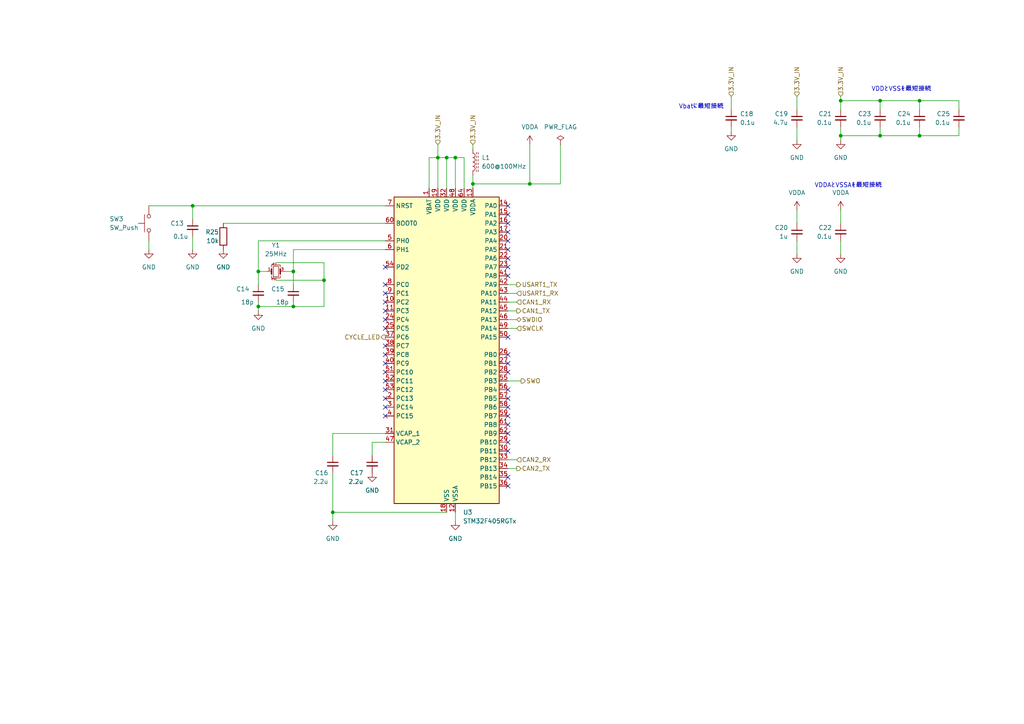
<source format=kicad_sch>
(kicad_sch (version 20230121) (generator eeschema)

  (uuid 3eb376e6-feb5-4427-a71c-407361e240b5)

  (paper "A4")

  (lib_symbols
    (symbol "Device:C_Small" (pin_numbers hide) (pin_names (offset 0.254) hide) (in_bom yes) (on_board yes)
      (property "Reference" "C" (at 0.254 1.778 0)
        (effects (font (size 1.27 1.27)) (justify left))
      )
      (property "Value" "C_Small" (at 0.254 -2.032 0)
        (effects (font (size 1.27 1.27)) (justify left))
      )
      (property "Footprint" "" (at 0 0 0)
        (effects (font (size 1.27 1.27)) hide)
      )
      (property "Datasheet" "~" (at 0 0 0)
        (effects (font (size 1.27 1.27)) hide)
      )
      (property "ki_keywords" "capacitor cap" (at 0 0 0)
        (effects (font (size 1.27 1.27)) hide)
      )
      (property "ki_description" "Unpolarized capacitor, small symbol" (at 0 0 0)
        (effects (font (size 1.27 1.27)) hide)
      )
      (property "ki_fp_filters" "C_*" (at 0 0 0)
        (effects (font (size 1.27 1.27)) hide)
      )
      (symbol "C_Small_0_1"
        (polyline
          (pts
            (xy -1.524 -0.508)
            (xy 1.524 -0.508)
          )
          (stroke (width 0.3302) (type default))
          (fill (type none))
        )
        (polyline
          (pts
            (xy -1.524 0.508)
            (xy 1.524 0.508)
          )
          (stroke (width 0.3048) (type default))
          (fill (type none))
        )
      )
      (symbol "C_Small_1_1"
        (pin passive line (at 0 2.54 270) (length 2.032)
          (name "~" (effects (font (size 1.27 1.27))))
          (number "1" (effects (font (size 1.27 1.27))))
        )
        (pin passive line (at 0 -2.54 90) (length 2.032)
          (name "~" (effects (font (size 1.27 1.27))))
          (number "2" (effects (font (size 1.27 1.27))))
        )
      )
    )
    (symbol "Device:Crystal_GND24_Small" (pin_names (offset 1.016) hide) (in_bom yes) (on_board yes)
      (property "Reference" "Y" (at 1.27 4.445 0)
        (effects (font (size 1.27 1.27)) (justify left))
      )
      (property "Value" "Crystal_GND24_Small" (at 1.27 2.54 0)
        (effects (font (size 1.27 1.27)) (justify left))
      )
      (property "Footprint" "" (at 0 0 0)
        (effects (font (size 1.27 1.27)) hide)
      )
      (property "Datasheet" "~" (at 0 0 0)
        (effects (font (size 1.27 1.27)) hide)
      )
      (property "ki_keywords" "quartz ceramic resonator oscillator" (at 0 0 0)
        (effects (font (size 1.27 1.27)) hide)
      )
      (property "ki_description" "Four pin crystal, GND on pins 2 and 4, small symbol" (at 0 0 0)
        (effects (font (size 1.27 1.27)) hide)
      )
      (property "ki_fp_filters" "Crystal*" (at 0 0 0)
        (effects (font (size 1.27 1.27)) hide)
      )
      (symbol "Crystal_GND24_Small_0_1"
        (rectangle (start -0.762 -1.524) (end 0.762 1.524)
          (stroke (width 0) (type default))
          (fill (type none))
        )
        (polyline
          (pts
            (xy -1.27 -0.762)
            (xy -1.27 0.762)
          )
          (stroke (width 0.381) (type default))
          (fill (type none))
        )
        (polyline
          (pts
            (xy 1.27 -0.762)
            (xy 1.27 0.762)
          )
          (stroke (width 0.381) (type default))
          (fill (type none))
        )
        (polyline
          (pts
            (xy -1.27 -1.27)
            (xy -1.27 -1.905)
            (xy 1.27 -1.905)
            (xy 1.27 -1.27)
          )
          (stroke (width 0) (type default))
          (fill (type none))
        )
        (polyline
          (pts
            (xy -1.27 1.27)
            (xy -1.27 1.905)
            (xy 1.27 1.905)
            (xy 1.27 1.27)
          )
          (stroke (width 0) (type default))
          (fill (type none))
        )
      )
      (symbol "Crystal_GND24_Small_1_1"
        (pin passive line (at -2.54 0 0) (length 1.27)
          (name "1" (effects (font (size 1.27 1.27))))
          (number "1" (effects (font (size 0.762 0.762))))
        )
        (pin passive line (at 0 -2.54 90) (length 0.635)
          (name "2" (effects (font (size 1.27 1.27))))
          (number "2" (effects (font (size 0.762 0.762))))
        )
        (pin passive line (at 2.54 0 180) (length 1.27)
          (name "3" (effects (font (size 1.27 1.27))))
          (number "3" (effects (font (size 0.762 0.762))))
        )
        (pin passive line (at 0 2.54 270) (length 0.635)
          (name "4" (effects (font (size 1.27 1.27))))
          (number "4" (effects (font (size 0.762 0.762))))
        )
      )
    )
    (symbol "Device:L_Ferrite" (pin_numbers hide) (pin_names (offset 1.016) hide) (in_bom yes) (on_board yes)
      (property "Reference" "L" (at -1.27 0 90)
        (effects (font (size 1.27 1.27)))
      )
      (property "Value" "L_Ferrite" (at 2.794 0 90)
        (effects (font (size 1.27 1.27)))
      )
      (property "Footprint" "" (at 0 0 0)
        (effects (font (size 1.27 1.27)) hide)
      )
      (property "Datasheet" "~" (at 0 0 0)
        (effects (font (size 1.27 1.27)) hide)
      )
      (property "ki_keywords" "inductor choke coil reactor magnetic" (at 0 0 0)
        (effects (font (size 1.27 1.27)) hide)
      )
      (property "ki_description" "Inductor with ferrite core" (at 0 0 0)
        (effects (font (size 1.27 1.27)) hide)
      )
      (property "ki_fp_filters" "Choke_* *Coil* Inductor_* L_*" (at 0 0 0)
        (effects (font (size 1.27 1.27)) hide)
      )
      (symbol "L_Ferrite_0_1"
        (arc (start 0 -2.54) (mid 0.6323 -1.905) (end 0 -1.27)
          (stroke (width 0) (type default))
          (fill (type none))
        )
        (arc (start 0 -1.27) (mid 0.6323 -0.635) (end 0 0)
          (stroke (width 0) (type default))
          (fill (type none))
        )
        (polyline
          (pts
            (xy 1.016 -2.794)
            (xy 1.016 -2.286)
          )
          (stroke (width 0) (type default))
          (fill (type none))
        )
        (polyline
          (pts
            (xy 1.016 -1.778)
            (xy 1.016 -1.27)
          )
          (stroke (width 0) (type default))
          (fill (type none))
        )
        (polyline
          (pts
            (xy 1.016 -0.762)
            (xy 1.016 -0.254)
          )
          (stroke (width 0) (type default))
          (fill (type none))
        )
        (polyline
          (pts
            (xy 1.016 0.254)
            (xy 1.016 0.762)
          )
          (stroke (width 0) (type default))
          (fill (type none))
        )
        (polyline
          (pts
            (xy 1.016 1.27)
            (xy 1.016 1.778)
          )
          (stroke (width 0) (type default))
          (fill (type none))
        )
        (polyline
          (pts
            (xy 1.016 2.286)
            (xy 1.016 2.794)
          )
          (stroke (width 0) (type default))
          (fill (type none))
        )
        (polyline
          (pts
            (xy 1.524 -2.286)
            (xy 1.524 -2.794)
          )
          (stroke (width 0) (type default))
          (fill (type none))
        )
        (polyline
          (pts
            (xy 1.524 -1.27)
            (xy 1.524 -1.778)
          )
          (stroke (width 0) (type default))
          (fill (type none))
        )
        (polyline
          (pts
            (xy 1.524 -0.254)
            (xy 1.524 -0.762)
          )
          (stroke (width 0) (type default))
          (fill (type none))
        )
        (polyline
          (pts
            (xy 1.524 0.762)
            (xy 1.524 0.254)
          )
          (stroke (width 0) (type default))
          (fill (type none))
        )
        (polyline
          (pts
            (xy 1.524 1.778)
            (xy 1.524 1.27)
          )
          (stroke (width 0) (type default))
          (fill (type none))
        )
        (polyline
          (pts
            (xy 1.524 2.794)
            (xy 1.524 2.286)
          )
          (stroke (width 0) (type default))
          (fill (type none))
        )
        (arc (start 0 0) (mid 0.6323 0.635) (end 0 1.27)
          (stroke (width 0) (type default))
          (fill (type none))
        )
        (arc (start 0 1.27) (mid 0.6323 1.905) (end 0 2.54)
          (stroke (width 0) (type default))
          (fill (type none))
        )
      )
      (symbol "L_Ferrite_1_1"
        (pin passive line (at 0 3.81 270) (length 1.27)
          (name "1" (effects (font (size 1.27 1.27))))
          (number "1" (effects (font (size 1.27 1.27))))
        )
        (pin passive line (at 0 -3.81 90) (length 1.27)
          (name "2" (effects (font (size 1.27 1.27))))
          (number "2" (effects (font (size 1.27 1.27))))
        )
      )
    )
    (symbol "Device:R" (pin_numbers hide) (pin_names (offset 0)) (in_bom yes) (on_board yes)
      (property "Reference" "R" (at 2.032 0 90)
        (effects (font (size 1.27 1.27)))
      )
      (property "Value" "R" (at 0 0 90)
        (effects (font (size 1.27 1.27)))
      )
      (property "Footprint" "" (at -1.778 0 90)
        (effects (font (size 1.27 1.27)) hide)
      )
      (property "Datasheet" "~" (at 0 0 0)
        (effects (font (size 1.27 1.27)) hide)
      )
      (property "ki_keywords" "R res resistor" (at 0 0 0)
        (effects (font (size 1.27 1.27)) hide)
      )
      (property "ki_description" "Resistor" (at 0 0 0)
        (effects (font (size 1.27 1.27)) hide)
      )
      (property "ki_fp_filters" "R_*" (at 0 0 0)
        (effects (font (size 1.27 1.27)) hide)
      )
      (symbol "R_0_1"
        (rectangle (start -1.016 -2.54) (end 1.016 2.54)
          (stroke (width 0.254) (type default))
          (fill (type none))
        )
      )
      (symbol "R_1_1"
        (pin passive line (at 0 3.81 270) (length 1.27)
          (name "~" (effects (font (size 1.27 1.27))))
          (number "1" (effects (font (size 1.27 1.27))))
        )
        (pin passive line (at 0 -3.81 90) (length 1.27)
          (name "~" (effects (font (size 1.27 1.27))))
          (number "2" (effects (font (size 1.27 1.27))))
        )
      )
    )
    (symbol "MCU_ST_STM32F4:STM32F405RGTx" (in_bom yes) (on_board yes)
      (property "Reference" "U" (at -15.24 46.99 0)
        (effects (font (size 1.27 1.27)) (justify left))
      )
      (property "Value" "STM32F405RGTx" (at 10.16 46.99 0)
        (effects (font (size 1.27 1.27)) (justify left))
      )
      (property "Footprint" "Package_QFP:LQFP-64_10x10mm_P0.5mm" (at -15.24 -43.18 0)
        (effects (font (size 1.27 1.27)) (justify right) hide)
      )
      (property "Datasheet" "https://www.st.com/resource/en/datasheet/stm32f405rg.pdf" (at 0 0 0)
        (effects (font (size 1.27 1.27)) hide)
      )
      (property "ki_locked" "" (at 0 0 0)
        (effects (font (size 1.27 1.27)))
      )
      (property "ki_keywords" "Arm Cortex-M4 STM32F4 STM32F405/415" (at 0 0 0)
        (effects (font (size 1.27 1.27)) hide)
      )
      (property "ki_description" "STMicroelectronics Arm Cortex-M4 MCU, 1024KB flash, 192KB RAM, 168 MHz, 1.8-3.6V, 51 GPIO, LQFP64" (at 0 0 0)
        (effects (font (size 1.27 1.27)) hide)
      )
      (property "ki_fp_filters" "LQFP*10x10mm*P0.5mm*" (at 0 0 0)
        (effects (font (size 1.27 1.27)) hide)
      )
      (symbol "STM32F405RGTx_0_1"
        (rectangle (start -15.24 -43.18) (end 15.24 45.72)
          (stroke (width 0.254) (type default))
          (fill (type background))
        )
      )
      (symbol "STM32F405RGTx_1_1"
        (pin power_in line (at -5.08 48.26 270) (length 2.54)
          (name "VBAT" (effects (font (size 1.27 1.27))))
          (number "1" (effects (font (size 1.27 1.27))))
        )
        (pin bidirectional line (at -17.78 15.24 0) (length 2.54)
          (name "PC2" (effects (font (size 1.27 1.27))))
          (number "10" (effects (font (size 1.27 1.27))))
          (alternate "ADC1_IN12" bidirectional line)
          (alternate "ADC2_IN12" bidirectional line)
          (alternate "ADC3_IN12" bidirectional line)
          (alternate "I2S2_ext_SD" bidirectional line)
          (alternate "SPI2_MISO" bidirectional line)
          (alternate "USB_OTG_HS_ULPI_DIR" bidirectional line)
        )
        (pin bidirectional line (at -17.78 12.7 0) (length 2.54)
          (name "PC3" (effects (font (size 1.27 1.27))))
          (number "11" (effects (font (size 1.27 1.27))))
          (alternate "ADC1_IN13" bidirectional line)
          (alternate "ADC2_IN13" bidirectional line)
          (alternate "ADC3_IN13" bidirectional line)
          (alternate "I2S2_SD" bidirectional line)
          (alternate "SPI2_MOSI" bidirectional line)
          (alternate "USB_OTG_HS_ULPI_NXT" bidirectional line)
        )
        (pin power_in line (at 2.54 -45.72 90) (length 2.54)
          (name "VSSA" (effects (font (size 1.27 1.27))))
          (number "12" (effects (font (size 1.27 1.27))))
        )
        (pin power_in line (at 7.62 48.26 270) (length 2.54)
          (name "VDDA" (effects (font (size 1.27 1.27))))
          (number "13" (effects (font (size 1.27 1.27))))
        )
        (pin bidirectional line (at 17.78 43.18 180) (length 2.54)
          (name "PA0" (effects (font (size 1.27 1.27))))
          (number "14" (effects (font (size 1.27 1.27))))
          (alternate "ADC1_IN0" bidirectional line)
          (alternate "ADC2_IN0" bidirectional line)
          (alternate "ADC3_IN0" bidirectional line)
          (alternate "SYS_WKUP" bidirectional line)
          (alternate "TIM2_CH1" bidirectional line)
          (alternate "TIM2_ETR" bidirectional line)
          (alternate "TIM5_CH1" bidirectional line)
          (alternate "TIM8_ETR" bidirectional line)
          (alternate "UART4_TX" bidirectional line)
          (alternate "USART2_CTS" bidirectional line)
        )
        (pin bidirectional line (at 17.78 40.64 180) (length 2.54)
          (name "PA1" (effects (font (size 1.27 1.27))))
          (number "15" (effects (font (size 1.27 1.27))))
          (alternate "ADC1_IN1" bidirectional line)
          (alternate "ADC2_IN1" bidirectional line)
          (alternate "ADC3_IN1" bidirectional line)
          (alternate "TIM2_CH2" bidirectional line)
          (alternate "TIM5_CH2" bidirectional line)
          (alternate "UART4_RX" bidirectional line)
          (alternate "USART2_RTS" bidirectional line)
        )
        (pin bidirectional line (at 17.78 38.1 180) (length 2.54)
          (name "PA2" (effects (font (size 1.27 1.27))))
          (number "16" (effects (font (size 1.27 1.27))))
          (alternate "ADC1_IN2" bidirectional line)
          (alternate "ADC2_IN2" bidirectional line)
          (alternate "ADC3_IN2" bidirectional line)
          (alternate "TIM2_CH3" bidirectional line)
          (alternate "TIM5_CH3" bidirectional line)
          (alternate "TIM9_CH1" bidirectional line)
          (alternate "USART2_TX" bidirectional line)
        )
        (pin bidirectional line (at 17.78 35.56 180) (length 2.54)
          (name "PA3" (effects (font (size 1.27 1.27))))
          (number "17" (effects (font (size 1.27 1.27))))
          (alternate "ADC1_IN3" bidirectional line)
          (alternate "ADC2_IN3" bidirectional line)
          (alternate "ADC3_IN3" bidirectional line)
          (alternate "TIM2_CH4" bidirectional line)
          (alternate "TIM5_CH4" bidirectional line)
          (alternate "TIM9_CH2" bidirectional line)
          (alternate "USART2_RX" bidirectional line)
          (alternate "USB_OTG_HS_ULPI_D0" bidirectional line)
        )
        (pin power_in line (at 0 -45.72 90) (length 2.54)
          (name "VSS" (effects (font (size 1.27 1.27))))
          (number "18" (effects (font (size 1.27 1.27))))
        )
        (pin power_in line (at -2.54 48.26 270) (length 2.54)
          (name "VDD" (effects (font (size 1.27 1.27))))
          (number "19" (effects (font (size 1.27 1.27))))
        )
        (pin bidirectional line (at -17.78 -12.7 0) (length 2.54)
          (name "PC13" (effects (font (size 1.27 1.27))))
          (number "2" (effects (font (size 1.27 1.27))))
          (alternate "RTC_AF1" bidirectional line)
        )
        (pin bidirectional line (at 17.78 33.02 180) (length 2.54)
          (name "PA4" (effects (font (size 1.27 1.27))))
          (number "20" (effects (font (size 1.27 1.27))))
          (alternate "ADC1_IN4" bidirectional line)
          (alternate "ADC2_IN4" bidirectional line)
          (alternate "DAC_OUT1" bidirectional line)
          (alternate "I2S3_WS" bidirectional line)
          (alternate "SPI1_NSS" bidirectional line)
          (alternate "SPI3_NSS" bidirectional line)
          (alternate "USART2_CK" bidirectional line)
          (alternate "USB_OTG_HS_SOF" bidirectional line)
        )
        (pin bidirectional line (at 17.78 30.48 180) (length 2.54)
          (name "PA5" (effects (font (size 1.27 1.27))))
          (number "21" (effects (font (size 1.27 1.27))))
          (alternate "ADC1_IN5" bidirectional line)
          (alternate "ADC2_IN5" bidirectional line)
          (alternate "DAC_OUT2" bidirectional line)
          (alternate "SPI1_SCK" bidirectional line)
          (alternate "TIM2_CH1" bidirectional line)
          (alternate "TIM2_ETR" bidirectional line)
          (alternate "TIM8_CH1N" bidirectional line)
          (alternate "USB_OTG_HS_ULPI_CK" bidirectional line)
        )
        (pin bidirectional line (at 17.78 27.94 180) (length 2.54)
          (name "PA6" (effects (font (size 1.27 1.27))))
          (number "22" (effects (font (size 1.27 1.27))))
          (alternate "ADC1_IN6" bidirectional line)
          (alternate "ADC2_IN6" bidirectional line)
          (alternate "SPI1_MISO" bidirectional line)
          (alternate "TIM13_CH1" bidirectional line)
          (alternate "TIM1_BKIN" bidirectional line)
          (alternate "TIM3_CH1" bidirectional line)
          (alternate "TIM8_BKIN" bidirectional line)
        )
        (pin bidirectional line (at 17.78 25.4 180) (length 2.54)
          (name "PA7" (effects (font (size 1.27 1.27))))
          (number "23" (effects (font (size 1.27 1.27))))
          (alternate "ADC1_IN7" bidirectional line)
          (alternate "ADC2_IN7" bidirectional line)
          (alternate "SPI1_MOSI" bidirectional line)
          (alternate "TIM14_CH1" bidirectional line)
          (alternate "TIM1_CH1N" bidirectional line)
          (alternate "TIM3_CH2" bidirectional line)
          (alternate "TIM8_CH1N" bidirectional line)
        )
        (pin bidirectional line (at -17.78 10.16 0) (length 2.54)
          (name "PC4" (effects (font (size 1.27 1.27))))
          (number "24" (effects (font (size 1.27 1.27))))
          (alternate "ADC1_IN14" bidirectional line)
          (alternate "ADC2_IN14" bidirectional line)
        )
        (pin bidirectional line (at -17.78 7.62 0) (length 2.54)
          (name "PC5" (effects (font (size 1.27 1.27))))
          (number "25" (effects (font (size 1.27 1.27))))
          (alternate "ADC1_IN15" bidirectional line)
          (alternate "ADC2_IN15" bidirectional line)
        )
        (pin bidirectional line (at 17.78 0 180) (length 2.54)
          (name "PB0" (effects (font (size 1.27 1.27))))
          (number "26" (effects (font (size 1.27 1.27))))
          (alternate "ADC1_IN8" bidirectional line)
          (alternate "ADC2_IN8" bidirectional line)
          (alternate "TIM1_CH2N" bidirectional line)
          (alternate "TIM3_CH3" bidirectional line)
          (alternate "TIM8_CH2N" bidirectional line)
          (alternate "USB_OTG_HS_ULPI_D1" bidirectional line)
        )
        (pin bidirectional line (at 17.78 -2.54 180) (length 2.54)
          (name "PB1" (effects (font (size 1.27 1.27))))
          (number "27" (effects (font (size 1.27 1.27))))
          (alternate "ADC1_IN9" bidirectional line)
          (alternate "ADC2_IN9" bidirectional line)
          (alternate "TIM1_CH3N" bidirectional line)
          (alternate "TIM3_CH4" bidirectional line)
          (alternate "TIM8_CH3N" bidirectional line)
          (alternate "USB_OTG_HS_ULPI_D2" bidirectional line)
        )
        (pin bidirectional line (at 17.78 -5.08 180) (length 2.54)
          (name "PB2" (effects (font (size 1.27 1.27))))
          (number "28" (effects (font (size 1.27 1.27))))
        )
        (pin bidirectional line (at 17.78 -25.4 180) (length 2.54)
          (name "PB10" (effects (font (size 1.27 1.27))))
          (number "29" (effects (font (size 1.27 1.27))))
          (alternate "I2C2_SCL" bidirectional line)
          (alternate "I2S2_CK" bidirectional line)
          (alternate "SPI2_SCK" bidirectional line)
          (alternate "TIM2_CH3" bidirectional line)
          (alternate "USART3_TX" bidirectional line)
          (alternate "USB_OTG_HS_ULPI_D3" bidirectional line)
        )
        (pin bidirectional line (at -17.78 -15.24 0) (length 2.54)
          (name "PC14" (effects (font (size 1.27 1.27))))
          (number "3" (effects (font (size 1.27 1.27))))
          (alternate "RCC_OSC32_IN" bidirectional line)
        )
        (pin bidirectional line (at 17.78 -27.94 180) (length 2.54)
          (name "PB11" (effects (font (size 1.27 1.27))))
          (number "30" (effects (font (size 1.27 1.27))))
          (alternate "ADC1_EXTI11" bidirectional line)
          (alternate "ADC2_EXTI11" bidirectional line)
          (alternate "ADC3_EXTI11" bidirectional line)
          (alternate "I2C2_SDA" bidirectional line)
          (alternate "TIM2_CH4" bidirectional line)
          (alternate "USART3_RX" bidirectional line)
          (alternate "USB_OTG_HS_ULPI_D4" bidirectional line)
        )
        (pin power_out line (at -17.78 -22.86 0) (length 2.54)
          (name "VCAP_1" (effects (font (size 1.27 1.27))))
          (number "31" (effects (font (size 1.27 1.27))))
        )
        (pin power_in line (at 0 48.26 270) (length 2.54)
          (name "VDD" (effects (font (size 1.27 1.27))))
          (number "32" (effects (font (size 1.27 1.27))))
        )
        (pin bidirectional line (at 17.78 -30.48 180) (length 2.54)
          (name "PB12" (effects (font (size 1.27 1.27))))
          (number "33" (effects (font (size 1.27 1.27))))
          (alternate "CAN2_RX" bidirectional line)
          (alternate "I2C2_SMBA" bidirectional line)
          (alternate "I2S2_WS" bidirectional line)
          (alternate "SPI2_NSS" bidirectional line)
          (alternate "TIM1_BKIN" bidirectional line)
          (alternate "USART3_CK" bidirectional line)
          (alternate "USB_OTG_HS_ID" bidirectional line)
          (alternate "USB_OTG_HS_ULPI_D5" bidirectional line)
        )
        (pin bidirectional line (at 17.78 -33.02 180) (length 2.54)
          (name "PB13" (effects (font (size 1.27 1.27))))
          (number "34" (effects (font (size 1.27 1.27))))
          (alternate "CAN2_TX" bidirectional line)
          (alternate "I2S2_CK" bidirectional line)
          (alternate "SPI2_SCK" bidirectional line)
          (alternate "TIM1_CH1N" bidirectional line)
          (alternate "USART3_CTS" bidirectional line)
          (alternate "USB_OTG_HS_ULPI_D6" bidirectional line)
          (alternate "USB_OTG_HS_VBUS" bidirectional line)
        )
        (pin bidirectional line (at 17.78 -35.56 180) (length 2.54)
          (name "PB14" (effects (font (size 1.27 1.27))))
          (number "35" (effects (font (size 1.27 1.27))))
          (alternate "I2S2_ext_SD" bidirectional line)
          (alternate "SPI2_MISO" bidirectional line)
          (alternate "TIM12_CH1" bidirectional line)
          (alternate "TIM1_CH2N" bidirectional line)
          (alternate "TIM8_CH2N" bidirectional line)
          (alternate "USART3_RTS" bidirectional line)
          (alternate "USB_OTG_HS_DM" bidirectional line)
        )
        (pin bidirectional line (at 17.78 -38.1 180) (length 2.54)
          (name "PB15" (effects (font (size 1.27 1.27))))
          (number "36" (effects (font (size 1.27 1.27))))
          (alternate "ADC1_EXTI15" bidirectional line)
          (alternate "ADC2_EXTI15" bidirectional line)
          (alternate "ADC3_EXTI15" bidirectional line)
          (alternate "I2S2_SD" bidirectional line)
          (alternate "RTC_REFIN" bidirectional line)
          (alternate "SPI2_MOSI" bidirectional line)
          (alternate "TIM12_CH2" bidirectional line)
          (alternate "TIM1_CH3N" bidirectional line)
          (alternate "TIM8_CH3N" bidirectional line)
          (alternate "USB_OTG_HS_DP" bidirectional line)
        )
        (pin bidirectional line (at -17.78 5.08 0) (length 2.54)
          (name "PC6" (effects (font (size 1.27 1.27))))
          (number "37" (effects (font (size 1.27 1.27))))
          (alternate "I2S2_MCK" bidirectional line)
          (alternate "SDIO_D6" bidirectional line)
          (alternate "TIM3_CH1" bidirectional line)
          (alternate "TIM8_CH1" bidirectional line)
          (alternate "USART6_TX" bidirectional line)
        )
        (pin bidirectional line (at -17.78 2.54 0) (length 2.54)
          (name "PC7" (effects (font (size 1.27 1.27))))
          (number "38" (effects (font (size 1.27 1.27))))
          (alternate "I2S3_MCK" bidirectional line)
          (alternate "SDIO_D7" bidirectional line)
          (alternate "TIM3_CH2" bidirectional line)
          (alternate "TIM8_CH2" bidirectional line)
          (alternate "USART6_RX" bidirectional line)
        )
        (pin bidirectional line (at -17.78 0 0) (length 2.54)
          (name "PC8" (effects (font (size 1.27 1.27))))
          (number "39" (effects (font (size 1.27 1.27))))
          (alternate "SDIO_D0" bidirectional line)
          (alternate "TIM3_CH3" bidirectional line)
          (alternate "TIM8_CH3" bidirectional line)
          (alternate "USART6_CK" bidirectional line)
        )
        (pin bidirectional line (at -17.78 -17.78 0) (length 2.54)
          (name "PC15" (effects (font (size 1.27 1.27))))
          (number "4" (effects (font (size 1.27 1.27))))
          (alternate "ADC1_EXTI15" bidirectional line)
          (alternate "ADC2_EXTI15" bidirectional line)
          (alternate "ADC3_EXTI15" bidirectional line)
          (alternate "RCC_OSC32_OUT" bidirectional line)
        )
        (pin bidirectional line (at -17.78 -2.54 0) (length 2.54)
          (name "PC9" (effects (font (size 1.27 1.27))))
          (number "40" (effects (font (size 1.27 1.27))))
          (alternate "DAC_EXTI9" bidirectional line)
          (alternate "I2C3_SDA" bidirectional line)
          (alternate "I2S_CKIN" bidirectional line)
          (alternate "RCC_MCO_2" bidirectional line)
          (alternate "SDIO_D1" bidirectional line)
          (alternate "TIM3_CH4" bidirectional line)
          (alternate "TIM8_CH4" bidirectional line)
        )
        (pin bidirectional line (at 17.78 22.86 180) (length 2.54)
          (name "PA8" (effects (font (size 1.27 1.27))))
          (number "41" (effects (font (size 1.27 1.27))))
          (alternate "I2C3_SCL" bidirectional line)
          (alternate "RCC_MCO_1" bidirectional line)
          (alternate "TIM1_CH1" bidirectional line)
          (alternate "USART1_CK" bidirectional line)
          (alternate "USB_OTG_FS_SOF" bidirectional line)
        )
        (pin bidirectional line (at 17.78 20.32 180) (length 2.54)
          (name "PA9" (effects (font (size 1.27 1.27))))
          (number "42" (effects (font (size 1.27 1.27))))
          (alternate "DAC_EXTI9" bidirectional line)
          (alternate "I2C3_SMBA" bidirectional line)
          (alternate "TIM1_CH2" bidirectional line)
          (alternate "USART1_TX" bidirectional line)
          (alternate "USB_OTG_FS_VBUS" bidirectional line)
        )
        (pin bidirectional line (at 17.78 17.78 180) (length 2.54)
          (name "PA10" (effects (font (size 1.27 1.27))))
          (number "43" (effects (font (size 1.27 1.27))))
          (alternate "TIM1_CH3" bidirectional line)
          (alternate "USART1_RX" bidirectional line)
          (alternate "USB_OTG_FS_ID" bidirectional line)
        )
        (pin bidirectional line (at 17.78 15.24 180) (length 2.54)
          (name "PA11" (effects (font (size 1.27 1.27))))
          (number "44" (effects (font (size 1.27 1.27))))
          (alternate "ADC1_EXTI11" bidirectional line)
          (alternate "ADC2_EXTI11" bidirectional line)
          (alternate "ADC3_EXTI11" bidirectional line)
          (alternate "CAN1_RX" bidirectional line)
          (alternate "TIM1_CH4" bidirectional line)
          (alternate "USART1_CTS" bidirectional line)
          (alternate "USB_OTG_FS_DM" bidirectional line)
        )
        (pin bidirectional line (at 17.78 12.7 180) (length 2.54)
          (name "PA12" (effects (font (size 1.27 1.27))))
          (number "45" (effects (font (size 1.27 1.27))))
          (alternate "CAN1_TX" bidirectional line)
          (alternate "TIM1_ETR" bidirectional line)
          (alternate "USART1_RTS" bidirectional line)
          (alternate "USB_OTG_FS_DP" bidirectional line)
        )
        (pin bidirectional line (at 17.78 10.16 180) (length 2.54)
          (name "PA13" (effects (font (size 1.27 1.27))))
          (number "46" (effects (font (size 1.27 1.27))))
          (alternate "SYS_JTMS-SWDIO" bidirectional line)
        )
        (pin power_out line (at -17.78 -25.4 0) (length 2.54)
          (name "VCAP_2" (effects (font (size 1.27 1.27))))
          (number "47" (effects (font (size 1.27 1.27))))
        )
        (pin power_in line (at 2.54 48.26 270) (length 2.54)
          (name "VDD" (effects (font (size 1.27 1.27))))
          (number "48" (effects (font (size 1.27 1.27))))
        )
        (pin bidirectional line (at 17.78 7.62 180) (length 2.54)
          (name "PA14" (effects (font (size 1.27 1.27))))
          (number "49" (effects (font (size 1.27 1.27))))
          (alternate "SYS_JTCK-SWCLK" bidirectional line)
        )
        (pin bidirectional line (at -17.78 33.02 0) (length 2.54)
          (name "PH0" (effects (font (size 1.27 1.27))))
          (number "5" (effects (font (size 1.27 1.27))))
          (alternate "RCC_OSC_IN" bidirectional line)
        )
        (pin bidirectional line (at 17.78 5.08 180) (length 2.54)
          (name "PA15" (effects (font (size 1.27 1.27))))
          (number "50" (effects (font (size 1.27 1.27))))
          (alternate "ADC1_EXTI15" bidirectional line)
          (alternate "ADC2_EXTI15" bidirectional line)
          (alternate "ADC3_EXTI15" bidirectional line)
          (alternate "I2S3_WS" bidirectional line)
          (alternate "SPI1_NSS" bidirectional line)
          (alternate "SPI3_NSS" bidirectional line)
          (alternate "SYS_JTDI" bidirectional line)
          (alternate "TIM2_CH1" bidirectional line)
          (alternate "TIM2_ETR" bidirectional line)
        )
        (pin bidirectional line (at -17.78 -5.08 0) (length 2.54)
          (name "PC10" (effects (font (size 1.27 1.27))))
          (number "51" (effects (font (size 1.27 1.27))))
          (alternate "I2S3_CK" bidirectional line)
          (alternate "SDIO_D2" bidirectional line)
          (alternate "SPI3_SCK" bidirectional line)
          (alternate "UART4_TX" bidirectional line)
          (alternate "USART3_TX" bidirectional line)
        )
        (pin bidirectional line (at -17.78 -7.62 0) (length 2.54)
          (name "PC11" (effects (font (size 1.27 1.27))))
          (number "52" (effects (font (size 1.27 1.27))))
          (alternate "ADC1_EXTI11" bidirectional line)
          (alternate "ADC2_EXTI11" bidirectional line)
          (alternate "ADC3_EXTI11" bidirectional line)
          (alternate "I2S3_ext_SD" bidirectional line)
          (alternate "SDIO_D3" bidirectional line)
          (alternate "SPI3_MISO" bidirectional line)
          (alternate "UART4_RX" bidirectional line)
          (alternate "USART3_RX" bidirectional line)
        )
        (pin bidirectional line (at -17.78 -10.16 0) (length 2.54)
          (name "PC12" (effects (font (size 1.27 1.27))))
          (number "53" (effects (font (size 1.27 1.27))))
          (alternate "I2S3_SD" bidirectional line)
          (alternate "SDIO_CK" bidirectional line)
          (alternate "SPI3_MOSI" bidirectional line)
          (alternate "UART5_TX" bidirectional line)
          (alternate "USART3_CK" bidirectional line)
        )
        (pin bidirectional line (at -17.78 25.4 0) (length 2.54)
          (name "PD2" (effects (font (size 1.27 1.27))))
          (number "54" (effects (font (size 1.27 1.27))))
          (alternate "SDIO_CMD" bidirectional line)
          (alternate "TIM3_ETR" bidirectional line)
          (alternate "UART5_RX" bidirectional line)
        )
        (pin bidirectional line (at 17.78 -7.62 180) (length 2.54)
          (name "PB3" (effects (font (size 1.27 1.27))))
          (number "55" (effects (font (size 1.27 1.27))))
          (alternate "I2S3_CK" bidirectional line)
          (alternate "SPI1_SCK" bidirectional line)
          (alternate "SPI3_SCK" bidirectional line)
          (alternate "SYS_JTDO-SWO" bidirectional line)
          (alternate "TIM2_CH2" bidirectional line)
        )
        (pin bidirectional line (at 17.78 -10.16 180) (length 2.54)
          (name "PB4" (effects (font (size 1.27 1.27))))
          (number "56" (effects (font (size 1.27 1.27))))
          (alternate "I2S3_ext_SD" bidirectional line)
          (alternate "SPI1_MISO" bidirectional line)
          (alternate "SPI3_MISO" bidirectional line)
          (alternate "SYS_JTRST" bidirectional line)
          (alternate "TIM3_CH1" bidirectional line)
        )
        (pin bidirectional line (at 17.78 -12.7 180) (length 2.54)
          (name "PB5" (effects (font (size 1.27 1.27))))
          (number "57" (effects (font (size 1.27 1.27))))
          (alternate "CAN2_RX" bidirectional line)
          (alternate "I2C1_SMBA" bidirectional line)
          (alternate "I2S3_SD" bidirectional line)
          (alternate "SPI1_MOSI" bidirectional line)
          (alternate "SPI3_MOSI" bidirectional line)
          (alternate "TIM3_CH2" bidirectional line)
          (alternate "USB_OTG_HS_ULPI_D7" bidirectional line)
        )
        (pin bidirectional line (at 17.78 -15.24 180) (length 2.54)
          (name "PB6" (effects (font (size 1.27 1.27))))
          (number "58" (effects (font (size 1.27 1.27))))
          (alternate "CAN2_TX" bidirectional line)
          (alternate "I2C1_SCL" bidirectional line)
          (alternate "TIM4_CH1" bidirectional line)
          (alternate "USART1_TX" bidirectional line)
        )
        (pin bidirectional line (at 17.78 -17.78 180) (length 2.54)
          (name "PB7" (effects (font (size 1.27 1.27))))
          (number "59" (effects (font (size 1.27 1.27))))
          (alternate "I2C1_SDA" bidirectional line)
          (alternate "TIM4_CH2" bidirectional line)
          (alternate "USART1_RX" bidirectional line)
        )
        (pin bidirectional line (at -17.78 30.48 0) (length 2.54)
          (name "PH1" (effects (font (size 1.27 1.27))))
          (number "6" (effects (font (size 1.27 1.27))))
          (alternate "RCC_OSC_OUT" bidirectional line)
        )
        (pin input line (at -17.78 38.1 0) (length 2.54)
          (name "BOOT0" (effects (font (size 1.27 1.27))))
          (number "60" (effects (font (size 1.27 1.27))))
        )
        (pin bidirectional line (at 17.78 -20.32 180) (length 2.54)
          (name "PB8" (effects (font (size 1.27 1.27))))
          (number "61" (effects (font (size 1.27 1.27))))
          (alternate "CAN1_RX" bidirectional line)
          (alternate "I2C1_SCL" bidirectional line)
          (alternate "SDIO_D4" bidirectional line)
          (alternate "TIM10_CH1" bidirectional line)
          (alternate "TIM4_CH3" bidirectional line)
        )
        (pin bidirectional line (at 17.78 -22.86 180) (length 2.54)
          (name "PB9" (effects (font (size 1.27 1.27))))
          (number "62" (effects (font (size 1.27 1.27))))
          (alternate "CAN1_TX" bidirectional line)
          (alternate "DAC_EXTI9" bidirectional line)
          (alternate "I2C1_SDA" bidirectional line)
          (alternate "I2S2_WS" bidirectional line)
          (alternate "SDIO_D5" bidirectional line)
          (alternate "SPI2_NSS" bidirectional line)
          (alternate "TIM11_CH1" bidirectional line)
          (alternate "TIM4_CH4" bidirectional line)
        )
        (pin passive line (at 0 -45.72 90) (length 2.54) hide
          (name "VSS" (effects (font (size 1.27 1.27))))
          (number "63" (effects (font (size 1.27 1.27))))
        )
        (pin power_in line (at 5.08 48.26 270) (length 2.54)
          (name "VDD" (effects (font (size 1.27 1.27))))
          (number "64" (effects (font (size 1.27 1.27))))
        )
        (pin input line (at -17.78 43.18 0) (length 2.54)
          (name "NRST" (effects (font (size 1.27 1.27))))
          (number "7" (effects (font (size 1.27 1.27))))
        )
        (pin bidirectional line (at -17.78 20.32 0) (length 2.54)
          (name "PC0" (effects (font (size 1.27 1.27))))
          (number "8" (effects (font (size 1.27 1.27))))
          (alternate "ADC1_IN10" bidirectional line)
          (alternate "ADC2_IN10" bidirectional line)
          (alternate "ADC3_IN10" bidirectional line)
          (alternate "USB_OTG_HS_ULPI_STP" bidirectional line)
        )
        (pin bidirectional line (at -17.78 17.78 0) (length 2.54)
          (name "PC1" (effects (font (size 1.27 1.27))))
          (number "9" (effects (font (size 1.27 1.27))))
          (alternate "ADC1_IN11" bidirectional line)
          (alternate "ADC2_IN11" bidirectional line)
          (alternate "ADC3_IN11" bidirectional line)
        )
      )
    )
    (symbol "Switch:SW_Push" (pin_numbers hide) (pin_names (offset 1.016) hide) (in_bom yes) (on_board yes)
      (property "Reference" "SW" (at 1.27 2.54 0)
        (effects (font (size 1.27 1.27)) (justify left))
      )
      (property "Value" "SW_Push" (at 0 -1.524 0)
        (effects (font (size 1.27 1.27)))
      )
      (property "Footprint" "" (at 0 5.08 0)
        (effects (font (size 1.27 1.27)) hide)
      )
      (property "Datasheet" "~" (at 0 5.08 0)
        (effects (font (size 1.27 1.27)) hide)
      )
      (property "ki_keywords" "switch normally-open pushbutton push-button" (at 0 0 0)
        (effects (font (size 1.27 1.27)) hide)
      )
      (property "ki_description" "Push button switch, generic, two pins" (at 0 0 0)
        (effects (font (size 1.27 1.27)) hide)
      )
      (symbol "SW_Push_0_1"
        (circle (center -2.032 0) (radius 0.508)
          (stroke (width 0) (type default))
          (fill (type none))
        )
        (polyline
          (pts
            (xy 0 1.27)
            (xy 0 3.048)
          )
          (stroke (width 0) (type default))
          (fill (type none))
        )
        (polyline
          (pts
            (xy 2.54 1.27)
            (xy -2.54 1.27)
          )
          (stroke (width 0) (type default))
          (fill (type none))
        )
        (circle (center 2.032 0) (radius 0.508)
          (stroke (width 0) (type default))
          (fill (type none))
        )
        (pin passive line (at -5.08 0 0) (length 2.54)
          (name "1" (effects (font (size 1.27 1.27))))
          (number "1" (effects (font (size 1.27 1.27))))
        )
        (pin passive line (at 5.08 0 180) (length 2.54)
          (name "2" (effects (font (size 1.27 1.27))))
          (number "2" (effects (font (size 1.27 1.27))))
        )
      )
    )
    (symbol "power:GND" (power) (pin_names (offset 0)) (in_bom yes) (on_board yes)
      (property "Reference" "#PWR" (at 0 -6.35 0)
        (effects (font (size 1.27 1.27)) hide)
      )
      (property "Value" "GND" (at 0 -3.81 0)
        (effects (font (size 1.27 1.27)))
      )
      (property "Footprint" "" (at 0 0 0)
        (effects (font (size 1.27 1.27)) hide)
      )
      (property "Datasheet" "" (at 0 0 0)
        (effects (font (size 1.27 1.27)) hide)
      )
      (property "ki_keywords" "global power" (at 0 0 0)
        (effects (font (size 1.27 1.27)) hide)
      )
      (property "ki_description" "Power symbol creates a global label with name \"GND\" , ground" (at 0 0 0)
        (effects (font (size 1.27 1.27)) hide)
      )
      (symbol "GND_0_1"
        (polyline
          (pts
            (xy 0 0)
            (xy 0 -1.27)
            (xy 1.27 -1.27)
            (xy 0 -2.54)
            (xy -1.27 -1.27)
            (xy 0 -1.27)
          )
          (stroke (width 0) (type default))
          (fill (type none))
        )
      )
      (symbol "GND_1_1"
        (pin power_in line (at 0 0 270) (length 0) hide
          (name "GND" (effects (font (size 1.27 1.27))))
          (number "1" (effects (font (size 1.27 1.27))))
        )
      )
    )
    (symbol "power:PWR_FLAG" (power) (pin_numbers hide) (pin_names (offset 0) hide) (in_bom yes) (on_board yes)
      (property "Reference" "#FLG" (at 0 1.905 0)
        (effects (font (size 1.27 1.27)) hide)
      )
      (property "Value" "PWR_FLAG" (at 0 3.81 0)
        (effects (font (size 1.27 1.27)))
      )
      (property "Footprint" "" (at 0 0 0)
        (effects (font (size 1.27 1.27)) hide)
      )
      (property "Datasheet" "~" (at 0 0 0)
        (effects (font (size 1.27 1.27)) hide)
      )
      (property "ki_keywords" "flag power" (at 0 0 0)
        (effects (font (size 1.27 1.27)) hide)
      )
      (property "ki_description" "Special symbol for telling ERC where power comes from" (at 0 0 0)
        (effects (font (size 1.27 1.27)) hide)
      )
      (symbol "PWR_FLAG_0_0"
        (pin power_out line (at 0 0 90) (length 0)
          (name "pwr" (effects (font (size 1.27 1.27))))
          (number "1" (effects (font (size 1.27 1.27))))
        )
      )
      (symbol "PWR_FLAG_0_1"
        (polyline
          (pts
            (xy 0 0)
            (xy 0 1.27)
            (xy -1.016 1.905)
            (xy 0 2.54)
            (xy 1.016 1.905)
            (xy 0 1.27)
          )
          (stroke (width 0) (type default))
          (fill (type none))
        )
      )
    )
    (symbol "power:VDDA" (power) (pin_names (offset 0)) (in_bom yes) (on_board yes)
      (property "Reference" "#PWR" (at 0 -3.81 0)
        (effects (font (size 1.27 1.27)) hide)
      )
      (property "Value" "VDDA" (at 0 3.81 0)
        (effects (font (size 1.27 1.27)))
      )
      (property "Footprint" "" (at 0 0 0)
        (effects (font (size 1.27 1.27)) hide)
      )
      (property "Datasheet" "" (at 0 0 0)
        (effects (font (size 1.27 1.27)) hide)
      )
      (property "ki_keywords" "global power" (at 0 0 0)
        (effects (font (size 1.27 1.27)) hide)
      )
      (property "ki_description" "Power symbol creates a global label with name \"VDDA\"" (at 0 0 0)
        (effects (font (size 1.27 1.27)) hide)
      )
      (symbol "VDDA_0_1"
        (polyline
          (pts
            (xy -0.762 1.27)
            (xy 0 2.54)
          )
          (stroke (width 0) (type default))
          (fill (type none))
        )
        (polyline
          (pts
            (xy 0 0)
            (xy 0 2.54)
          )
          (stroke (width 0) (type default))
          (fill (type none))
        )
        (polyline
          (pts
            (xy 0 2.54)
            (xy 0.762 1.27)
          )
          (stroke (width 0) (type default))
          (fill (type none))
        )
      )
      (symbol "VDDA_1_1"
        (pin power_in line (at 0 0 90) (length 0) hide
          (name "VDDA" (effects (font (size 1.27 1.27))))
          (number "1" (effects (font (size 1.27 1.27))))
        )
      )
    )
  )

  (junction (at 93.98 81.28) (diameter 0) (color 0 0 0 0)
    (uuid 039e6ed5-d980-4a84-8bf0-880a83b1f8db)
  )
  (junction (at 129.54 45.72) (diameter 0) (color 0 0 0 0)
    (uuid 21776a85-61ab-4adb-82f9-ae8bf6de9ea0)
  )
  (junction (at 85.09 88.9) (diameter 0) (color 0 0 0 0)
    (uuid 256e4103-1da9-41bd-b25f-2f5c9be86110)
  )
  (junction (at 243.84 29.21) (diameter 0) (color 0 0 0 0)
    (uuid 434853ea-f712-49b7-bb76-db7eea17a9e1)
  )
  (junction (at 137.16 53.34) (diameter 0) (color 0 0 0 0)
    (uuid 55965d52-d38d-411b-b84a-4cabc183a016)
  )
  (junction (at 255.27 29.21) (diameter 0) (color 0 0 0 0)
    (uuid 55d9f579-a158-4ce7-b854-a8cc112f325d)
  )
  (junction (at 266.7 39.37) (diameter 0) (color 0 0 0 0)
    (uuid 58fba7a7-5da2-4281-b204-f09bf9fef2a2)
  )
  (junction (at 74.93 78.74) (diameter 0) (color 0 0 0 0)
    (uuid 6ef01b8d-dd01-4efe-bcb2-74c96c6f6a3b)
  )
  (junction (at 255.27 39.37) (diameter 0) (color 0 0 0 0)
    (uuid 8274bde6-eb1a-4d49-a32b-665a11443227)
  )
  (junction (at 74.93 88.9) (diameter 0) (color 0 0 0 0)
    (uuid 827d35ab-07a7-4fae-8c7c-93fe6dc73c88)
  )
  (junction (at 266.7 29.21) (diameter 0) (color 0 0 0 0)
    (uuid 8794c254-461e-48c3-bfd2-6c2efd3f48ee)
  )
  (junction (at 96.52 148.59) (diameter 0) (color 0 0 0 0)
    (uuid a1c7f526-bbf7-460b-958c-088822a92a77)
  )
  (junction (at 55.88 59.69) (diameter 0) (color 0 0 0 0)
    (uuid bbeeefd6-3c5b-445f-83e3-faf012d9f7af)
  )
  (junction (at 127 45.72) (diameter 0) (color 0 0 0 0)
    (uuid de48646f-971c-4e83-849a-5720905aba90)
  )
  (junction (at 132.08 45.72) (diameter 0) (color 0 0 0 0)
    (uuid df4f731f-f852-4bbd-b72e-47df2885a33a)
  )
  (junction (at 153.67 53.34) (diameter 0) (color 0 0 0 0)
    (uuid e45362dd-be59-4855-afb1-7d32cb9c7b42)
  )
  (junction (at 243.84 39.37) (diameter 0) (color 0 0 0 0)
    (uuid edfff4d4-b782-4cac-87db-a618b53b09c5)
  )
  (junction (at 85.09 78.74) (diameter 0) (color 0 0 0 0)
    (uuid f20a938b-0211-4f8e-a7b6-0f3eff03a57c)
  )

  (no_connect (at 147.32 128.27) (uuid 0c49b2a0-4016-480a-bee2-dce31fdfc1ca))
  (no_connect (at 111.76 82.55) (uuid 0ee83e50-90b4-4840-897b-899d15b0a8bb))
  (no_connect (at 147.32 62.23) (uuid 16c1e422-c8db-422e-9591-f26fd199d0b2))
  (no_connect (at 147.32 123.19) (uuid 27ea1640-0c5d-4bb9-8377-2fa89bc2df79))
  (no_connect (at 111.76 100.33) (uuid 2e75ab39-2452-48df-a111-6f357f8cb0fc))
  (no_connect (at 147.32 64.77) (uuid 3461436d-789e-4a9b-916a-7bdaca347373))
  (no_connect (at 147.32 120.65) (uuid 36dfbbad-ef74-4837-8add-b317abbdc51a))
  (no_connect (at 147.32 115.57) (uuid 4b57a734-840f-4e15-a50c-275b2c9c789a))
  (no_connect (at 111.76 85.09) (uuid 4bea81c7-d674-4b1b-bf84-63500537afd5))
  (no_connect (at 111.76 77.47) (uuid 506c134e-579a-48c9-9db4-8db56aa93f93))
  (no_connect (at 111.76 118.11) (uuid 5ec73047-b224-4d75-bb81-9f5f7cdea056))
  (no_connect (at 147.32 59.69) (uuid 68e6784e-0562-4290-98d7-a79d9986b650))
  (no_connect (at 111.76 90.17) (uuid 6aba30ec-efae-433c-b4a5-fb5887ddd694))
  (no_connect (at 147.32 97.79) (uuid 7095edc7-beb3-4341-88f0-dfd2953afba0))
  (no_connect (at 147.32 67.31) (uuid 76f14cc3-7849-4b94-a535-dd32ce9b8b16))
  (no_connect (at 147.32 107.95) (uuid 795e53ef-1f66-4178-8759-2ff7150d7bce))
  (no_connect (at 147.32 80.01) (uuid 798fa6de-10eb-4948-9190-216b12361c65))
  (no_connect (at 147.32 69.85) (uuid 7e743f3e-6e90-4503-a907-bce7b8fad3dd))
  (no_connect (at 111.76 105.41) (uuid 7fe0a58d-8dfb-4b33-a1c7-f5e625d184ab))
  (no_connect (at 111.76 92.71) (uuid 80833402-ee33-4572-adf3-326e51e66621))
  (no_connect (at 147.32 77.47) (uuid 85a54ba1-a41b-4616-a180-0a62af91b599))
  (no_connect (at 147.32 105.41) (uuid 8b0f8b7d-7362-4de5-81e0-ae8d21b88a5e))
  (no_connect (at 111.76 102.87) (uuid 8e01a17a-fc51-4bab-9fcc-daa5e55a274e))
  (no_connect (at 147.32 113.03) (uuid 9167bc2f-6c8a-4c0d-9110-bde2ab233dff))
  (no_connect (at 147.32 74.93) (uuid a2fcc78c-cac7-49cf-b2a3-ad9c1f106d04))
  (no_connect (at 147.32 138.43) (uuid ad393b05-ef28-4162-97d6-ee7bd4f78f11))
  (no_connect (at 147.32 102.87) (uuid b4ca4de9-55b7-4811-a675-ff1aa0b95c19))
  (no_connect (at 111.76 113.03) (uuid c1728c89-00dd-48a5-a98b-6bffc40f3bef))
  (no_connect (at 147.32 118.11) (uuid c277d308-90e4-4efe-ad5b-20b3a17b06b0))
  (no_connect (at 147.32 130.81) (uuid c45ffc4e-5921-4ee9-88d9-5c86ac0de38d))
  (no_connect (at 111.76 120.65) (uuid c4a1bffe-5ba0-4bfc-a171-c1d42d39e2d0))
  (no_connect (at 111.76 107.95) (uuid c55b1418-75b8-4e49-b1f9-a81c7c58488a))
  (no_connect (at 111.76 95.25) (uuid c66dd554-e2a8-4ff2-8810-18443d3259e9))
  (no_connect (at 147.32 140.97) (uuid d12722cb-e141-475d-81e6-384b47149d2c))
  (no_connect (at 111.76 115.57) (uuid d6b86660-20fa-4526-ba9c-574664c3424b))
  (no_connect (at 147.32 72.39) (uuid e44e2c6c-9649-4ea7-8ccd-69b16cc119ee))
  (no_connect (at 111.76 87.63) (uuid ef5bd2c4-4028-4543-88c6-e25c03770535))
  (no_connect (at 147.32 125.73) (uuid ef79698c-c992-427e-8725-e6bb2ff8450e))
  (no_connect (at 111.76 110.49) (uuid fd1f2d60-4146-47a7-9c33-58c10f8c511e))

  (wire (pts (xy 124.46 54.61) (xy 124.46 45.72))
    (stroke (width 0) (type default))
    (uuid 007dc191-1d1a-48a7-91d9-acd6bdd51a22)
  )
  (wire (pts (xy 55.88 63.5) (xy 55.88 59.69))
    (stroke (width 0) (type default))
    (uuid 00a6580e-7be4-4f59-b8f6-abb69cbc60a3)
  )
  (wire (pts (xy 134.62 45.72) (xy 132.08 45.72))
    (stroke (width 0) (type default))
    (uuid 00c66ae3-99e6-49db-b9bc-601d1c9877b0)
  )
  (wire (pts (xy 231.14 60.96) (xy 231.14 64.77))
    (stroke (width 0) (type default))
    (uuid 019e340a-d496-4760-a255-aed4ee432100)
  )
  (wire (pts (xy 93.98 81.28) (xy 93.98 88.9))
    (stroke (width 0) (type default))
    (uuid 0e7277ac-00d6-44dd-aeef-3f2b3b8f7dba)
  )
  (wire (pts (xy 74.93 78.74) (xy 77.47 78.74))
    (stroke (width 0) (type default))
    (uuid 110d689a-1d0a-4122-a43e-f7a12c0f7868)
  )
  (wire (pts (xy 243.84 60.96) (xy 243.84 64.77))
    (stroke (width 0) (type default))
    (uuid 121c915d-0a30-44ad-8d13-9bb70586a412)
  )
  (wire (pts (xy 147.32 87.63) (xy 149.86 87.63))
    (stroke (width 0) (type default))
    (uuid 14109784-6720-476b-853c-6ad37faa9a71)
  )
  (wire (pts (xy 127 45.72) (xy 129.54 45.72))
    (stroke (width 0) (type default))
    (uuid 141e3757-4e12-419f-8b7c-9add6e055a35)
  )
  (wire (pts (xy 243.84 69.85) (xy 243.84 73.66))
    (stroke (width 0) (type default))
    (uuid 14d1f086-ea61-4931-9614-38f8e1d84cf6)
  )
  (wire (pts (xy 96.52 125.73) (xy 111.76 125.73))
    (stroke (width 0) (type default))
    (uuid 165034b3-c888-4ce3-a4c2-b70b25721a6f)
  )
  (wire (pts (xy 231.14 27.94) (xy 231.14 31.75))
    (stroke (width 0) (type default))
    (uuid 1addf960-4923-46cd-9e4e-0500afd42380)
  )
  (wire (pts (xy 132.08 45.72) (xy 132.08 54.61))
    (stroke (width 0) (type default))
    (uuid 286f07c6-5743-4031-9965-466b0f4eb91e)
  )
  (wire (pts (xy 107.95 128.27) (xy 111.76 128.27))
    (stroke (width 0) (type default))
    (uuid 28fba7b0-3064-49b0-a1d2-9892a0b1d6ff)
  )
  (wire (pts (xy 134.62 45.72) (xy 134.62 54.61))
    (stroke (width 0) (type default))
    (uuid 2d43c98d-7b62-4296-b8b9-3a01ddcf7635)
  )
  (wire (pts (xy 129.54 45.72) (xy 132.08 45.72))
    (stroke (width 0) (type default))
    (uuid 303110a9-0733-4aba-a97a-9b20f89a88c1)
  )
  (wire (pts (xy 243.84 36.83) (xy 243.84 39.37))
    (stroke (width 0) (type default))
    (uuid 3062c11a-2c47-4dfa-9a82-73cda0323ea9)
  )
  (wire (pts (xy 85.09 78.74) (xy 85.09 82.55))
    (stroke (width 0) (type default))
    (uuid 32c25e40-ad5b-4e00-8a17-12b211e4f90b)
  )
  (wire (pts (xy 149.86 133.35) (xy 147.32 133.35))
    (stroke (width 0) (type default))
    (uuid 372fe56c-429e-4c0c-bd68-0147939a4e43)
  )
  (wire (pts (xy 162.56 53.34) (xy 153.67 53.34))
    (stroke (width 0) (type default))
    (uuid 3806f045-c0af-4782-b755-72a4eb719792)
  )
  (wire (pts (xy 85.09 72.39) (xy 111.76 72.39))
    (stroke (width 0) (type default))
    (uuid 38c8b7f2-f942-433a-8263-1ace6e4d8309)
  )
  (wire (pts (xy 85.09 72.39) (xy 85.09 78.74))
    (stroke (width 0) (type default))
    (uuid 3cce9f92-a077-4928-a46e-a0e55b2c19b8)
  )
  (wire (pts (xy 74.93 69.85) (xy 111.76 69.85))
    (stroke (width 0) (type default))
    (uuid 3e1097d1-bc4c-46fb-bfe6-7e6186a7847d)
  )
  (wire (pts (xy 149.86 135.89) (xy 147.32 135.89))
    (stroke (width 0) (type default))
    (uuid 3f2376d2-de31-4e3e-839a-78a5c5c99240)
  )
  (wire (pts (xy 96.52 148.59) (xy 96.52 137.16))
    (stroke (width 0) (type default))
    (uuid 40f815f6-f175-4dd2-85a4-0f00aa305fd4)
  )
  (wire (pts (xy 127 41.91) (xy 127 45.72))
    (stroke (width 0) (type default))
    (uuid 48a8e818-541b-4732-b2a9-2dac61cf8153)
  )
  (wire (pts (xy 127 45.72) (xy 127 54.61))
    (stroke (width 0) (type default))
    (uuid 48b093f0-053d-406c-868e-da315fd213e3)
  )
  (wire (pts (xy 212.09 36.83) (xy 212.09 38.1))
    (stroke (width 0) (type default))
    (uuid 4c8a41c9-9e1c-468d-a057-ef67126b6cd6)
  )
  (wire (pts (xy 137.16 50.8) (xy 137.16 53.34))
    (stroke (width 0) (type default))
    (uuid 504eca6d-daf1-42a5-99bb-359ddd778f8b)
  )
  (wire (pts (xy 129.54 45.72) (xy 129.54 54.61))
    (stroke (width 0) (type default))
    (uuid 51feba1a-c504-4c30-9531-952368bbbeca)
  )
  (wire (pts (xy 147.32 95.25) (xy 149.86 95.25))
    (stroke (width 0) (type default))
    (uuid 6200414a-dbf3-4aa8-b91b-a5492fdd0a38)
  )
  (wire (pts (xy 147.32 82.55) (xy 149.86 82.55))
    (stroke (width 0) (type default))
    (uuid 6312d20b-1016-41bf-8ad6-22ec926421e7)
  )
  (wire (pts (xy 243.84 29.21) (xy 255.27 29.21))
    (stroke (width 0) (type default))
    (uuid 661f9e50-247d-4f1b-8a0a-5e32440d37b5)
  )
  (wire (pts (xy 96.52 125.73) (xy 96.52 132.08))
    (stroke (width 0) (type default))
    (uuid 6662d581-e094-4307-9eb8-c6c1f96ad125)
  )
  (wire (pts (xy 266.7 29.21) (xy 266.7 31.75))
    (stroke (width 0) (type default))
    (uuid 6bd5fecd-b1f4-4af0-b4ea-2addf6b1f261)
  )
  (wire (pts (xy 243.84 31.75) (xy 243.84 29.21))
    (stroke (width 0) (type default))
    (uuid 712a98ee-d4c0-4ec2-bdf4-bbdadc748bf6)
  )
  (wire (pts (xy 137.16 41.91) (xy 137.16 43.18))
    (stroke (width 0) (type default))
    (uuid 7645d067-23ff-4ac2-a17a-1ae5c4f62d70)
  )
  (wire (pts (xy 43.18 69.85) (xy 43.18 72.39))
    (stroke (width 0) (type default))
    (uuid 7c56d641-06c0-4922-bb4e-9d4e4ee3b618)
  )
  (wire (pts (xy 153.67 41.91) (xy 153.67 53.34))
    (stroke (width 0) (type default))
    (uuid 7de073c4-2b43-4647-8ac6-9942f3dc394e)
  )
  (wire (pts (xy 96.52 148.59) (xy 129.54 148.59))
    (stroke (width 0) (type default))
    (uuid 8043cff2-34bb-44ba-b5b5-dc426baca255)
  )
  (wire (pts (xy 55.88 68.58) (xy 55.88 72.39))
    (stroke (width 0) (type default))
    (uuid 8288b6cb-d3f0-4812-b57d-475c15a91f44)
  )
  (wire (pts (xy 243.84 39.37) (xy 243.84 40.64))
    (stroke (width 0) (type default))
    (uuid 863c9170-39d4-421d-8ac8-5997ed9e71a8)
  )
  (wire (pts (xy 74.93 87.63) (xy 74.93 88.9))
    (stroke (width 0) (type default))
    (uuid 86788a6c-6e7c-4048-9a12-6d2baa5584fc)
  )
  (wire (pts (xy 132.08 148.59) (xy 132.08 151.13))
    (stroke (width 0) (type default))
    (uuid 892d9816-ca64-44a2-8f5f-be145e65c89a)
  )
  (wire (pts (xy 55.88 59.69) (xy 111.76 59.69))
    (stroke (width 0) (type default))
    (uuid 89a9bca2-380e-442d-b02e-54955d352221)
  )
  (wire (pts (xy 96.52 148.59) (xy 96.52 151.13))
    (stroke (width 0) (type default))
    (uuid 8c9eec0c-2a6a-4075-8876-9eb06c8ef782)
  )
  (wire (pts (xy 124.46 45.72) (xy 127 45.72))
    (stroke (width 0) (type default))
    (uuid 8ec4e56f-4778-4c94-a302-75064f1ddf96)
  )
  (wire (pts (xy 255.27 29.21) (xy 266.7 29.21))
    (stroke (width 0) (type default))
    (uuid 8ee8a9aa-24d4-4a38-b0af-3ce2e96ec660)
  )
  (wire (pts (xy 255.27 39.37) (xy 266.7 39.37))
    (stroke (width 0) (type default))
    (uuid 93b83bc5-1ebf-4a8f-a41f-f6a673fcbec5)
  )
  (wire (pts (xy 43.18 59.69) (xy 55.88 59.69))
    (stroke (width 0) (type default))
    (uuid 956e95e2-2363-468f-8343-d1b01cf07172)
  )
  (wire (pts (xy 255.27 36.83) (xy 255.27 39.37))
    (stroke (width 0) (type default))
    (uuid 9c6330eb-5ff6-4b4d-874b-eeca59b9c63a)
  )
  (wire (pts (xy 64.77 64.77) (xy 111.76 64.77))
    (stroke (width 0) (type default))
    (uuid 9cf50729-6f6a-42ab-8a47-8a40ad7f5973)
  )
  (wire (pts (xy 153.67 53.34) (xy 137.16 53.34))
    (stroke (width 0) (type default))
    (uuid a1ee2b84-7d22-47fe-b2f0-5c4b87c1924d)
  )
  (wire (pts (xy 231.14 73.66) (xy 231.14 69.85))
    (stroke (width 0) (type default))
    (uuid a4d39032-151e-4189-a087-70e207bbf9a4)
  )
  (wire (pts (xy 212.09 27.94) (xy 212.09 31.75))
    (stroke (width 0) (type default))
    (uuid a95c923b-cd8d-4aee-a698-572cd82ef025)
  )
  (wire (pts (xy 266.7 36.83) (xy 266.7 39.37))
    (stroke (width 0) (type default))
    (uuid aef6cc01-4889-4db1-b355-af0ce0a50f30)
  )
  (wire (pts (xy 80.01 81.28) (xy 93.98 81.28))
    (stroke (width 0) (type default))
    (uuid af11c5e4-4e63-4bd5-9a07-698252446e45)
  )
  (wire (pts (xy 266.7 39.37) (xy 278.13 39.37))
    (stroke (width 0) (type default))
    (uuid b143cd38-eb4a-4ae1-9e1c-db3d14538caa)
  )
  (wire (pts (xy 107.95 128.27) (xy 107.95 132.08))
    (stroke (width 0) (type default))
    (uuid b52f6459-cb27-479e-8606-051207e846af)
  )
  (wire (pts (xy 137.16 53.34) (xy 137.16 54.61))
    (stroke (width 0) (type default))
    (uuid b5d7c323-7d94-4ffe-9fac-c9e27b72a9aa)
  )
  (wire (pts (xy 278.13 39.37) (xy 278.13 36.83))
    (stroke (width 0) (type default))
    (uuid b7253f97-a5f8-4941-b8f0-65734e5dbddc)
  )
  (wire (pts (xy 243.84 39.37) (xy 255.27 39.37))
    (stroke (width 0) (type default))
    (uuid bd545f81-1830-4bb3-9b2c-997c2170109a)
  )
  (wire (pts (xy 278.13 29.21) (xy 278.13 31.75))
    (stroke (width 0) (type default))
    (uuid be7d268c-f5f6-44f5-b979-9cf11fa73909)
  )
  (wire (pts (xy 162.56 41.91) (xy 162.56 53.34))
    (stroke (width 0) (type default))
    (uuid bff8cb09-8420-48e8-b82a-4e85bf6bc10a)
  )
  (wire (pts (xy 93.98 76.2) (xy 93.98 81.28))
    (stroke (width 0) (type default))
    (uuid c39cf00a-448d-4cdb-a20d-3c97151f5383)
  )
  (wire (pts (xy 85.09 87.63) (xy 85.09 88.9))
    (stroke (width 0) (type default))
    (uuid c9d70fbf-0917-42da-ba43-8cf33f5d11c0)
  )
  (wire (pts (xy 82.55 78.74) (xy 85.09 78.74))
    (stroke (width 0) (type default))
    (uuid ca36a44a-0b8b-4943-ae06-fa1f936e9172)
  )
  (wire (pts (xy 147.32 110.49) (xy 151.13 110.49))
    (stroke (width 0) (type default))
    (uuid caf6b7ca-12e7-4b25-bc45-9a7ae9ac2c9b)
  )
  (wire (pts (xy 74.93 69.85) (xy 74.93 78.74))
    (stroke (width 0) (type default))
    (uuid cc636b1a-fc58-48d6-8dd5-e2714f476f3e)
  )
  (wire (pts (xy 147.32 85.09) (xy 149.86 85.09))
    (stroke (width 0) (type default))
    (uuid d4c19b93-cfb0-4d3f-93b7-7456c8b6f1cd)
  )
  (wire (pts (xy 74.93 78.74) (xy 74.93 82.55))
    (stroke (width 0) (type default))
    (uuid e5cdf571-53d6-4187-80e3-78cc2d7d4804)
  )
  (wire (pts (xy 85.09 88.9) (xy 74.93 88.9))
    (stroke (width 0) (type default))
    (uuid eb06d342-6594-4284-8d6a-08ebd34ceadc)
  )
  (wire (pts (xy 243.84 27.94) (xy 243.84 29.21))
    (stroke (width 0) (type default))
    (uuid eda53320-35f4-4d4b-8f3e-7372417c47db)
  )
  (wire (pts (xy 266.7 29.21) (xy 278.13 29.21))
    (stroke (width 0) (type default))
    (uuid f0b75a55-066d-4d5e-94b0-e433031361aa)
  )
  (wire (pts (xy 85.09 88.9) (xy 93.98 88.9))
    (stroke (width 0) (type default))
    (uuid f1c3cf18-1f39-43cc-bfa0-37279a1cbc1b)
  )
  (wire (pts (xy 231.14 40.64) (xy 231.14 36.83))
    (stroke (width 0) (type default))
    (uuid f3a3c12f-31ec-4b32-9bf7-fc4b32ccf043)
  )
  (wire (pts (xy 74.93 88.9) (xy 74.93 90.17))
    (stroke (width 0) (type default))
    (uuid f3d7f18e-3501-419e-860f-afc40358f1e4)
  )
  (wire (pts (xy 147.32 90.17) (xy 149.86 90.17))
    (stroke (width 0) (type default))
    (uuid f681cfd3-a7f7-48bd-af5f-10c94eb68ab1)
  )
  (wire (pts (xy 147.32 92.71) (xy 149.86 92.71))
    (stroke (width 0) (type default))
    (uuid f8774dc3-dc09-4310-9477-80878b2179c2)
  )
  (wire (pts (xy 80.01 76.2) (xy 93.98 76.2))
    (stroke (width 0) (type default))
    (uuid fa609bfa-f465-4977-a715-61b0a1300234)
  )
  (wire (pts (xy 255.27 29.21) (xy 255.27 31.75))
    (stroke (width 0) (type default))
    (uuid fa6b5b5f-2a74-4d33-9350-7904ded735bf)
  )

  (text "VDDAとVSSAを最短接続" (at 236.22 54.61 0)
    (effects (font (size 1.27 1.27)) (justify left bottom))
    (uuid 0e0fef36-bed8-4b83-b3f1-a61efe9ff646)
  )
  (text "Vbatに最短接続" (at 196.85 31.75 0)
    (effects (font (size 1.27 1.27)) (justify left bottom))
    (uuid 35e41d8b-0782-489a-91ab-12345d767f9d)
  )
  (text "VDDとVSSを最短接続" (at 252.73 26.67 0)
    (effects (font (size 1.27 1.27)) (justify left bottom))
    (uuid c3c10088-c0e5-4999-93cc-1bff55d0da88)
  )

  (hierarchical_label "CAN2_TX" (shape output) (at 149.86 135.89 0) (fields_autoplaced)
    (effects (font (size 1.27 1.27)) (justify left))
    (uuid 029fa62a-7ab7-47a6-b9a5-d8e78f29dea2)
  )
  (hierarchical_label "SWDIO" (shape bidirectional) (at 149.86 92.71 0) (fields_autoplaced)
    (effects (font (size 1.27 1.27)) (justify left))
    (uuid 06137e5c-c751-4166-ab98-17e9d5c76400)
  )
  (hierarchical_label "CAN2_RX" (shape input) (at 149.86 133.35 0) (fields_autoplaced)
    (effects (font (size 1.27 1.27)) (justify left))
    (uuid 398dc140-5861-4a24-a467-8207dbcdb8fa)
  )
  (hierarchical_label "CYCLE_LED" (shape output) (at 111.76 97.79 180) (fields_autoplaced)
    (effects (font (size 1.27 1.27)) (justify right))
    (uuid 3eceae0b-3586-4677-9728-b56f1870ea1f)
  )
  (hierarchical_label "USART1_RX" (shape input) (at 149.86 85.09 0) (fields_autoplaced)
    (effects (font (size 1.27 1.27)) (justify left))
    (uuid 457ec382-a1e7-4329-b4c8-4025c852863d)
  )
  (hierarchical_label "3.3V_IN" (shape input) (at 127 41.91 90) (fields_autoplaced)
    (effects (font (size 1.27 1.27)) (justify left))
    (uuid 4aafff8b-afbc-4f4f-833b-e15eacf88aef)
  )
  (hierarchical_label "3.3V_IN" (shape input) (at 243.84 27.94 90) (fields_autoplaced)
    (effects (font (size 1.27 1.27)) (justify left))
    (uuid 529b9766-77f3-4c78-98a8-88496d9db239)
  )
  (hierarchical_label "3.3V_IN" (shape input) (at 231.14 27.94 90) (fields_autoplaced)
    (effects (font (size 1.27 1.27)) (justify left))
    (uuid 554980b8-77c5-47e0-aeac-a7d58f32c867)
  )
  (hierarchical_label "3.3V_IN" (shape input) (at 137.16 41.91 90) (fields_autoplaced)
    (effects (font (size 1.27 1.27)) (justify left))
    (uuid 5f578816-2037-48f1-b973-55d5afb42c08)
  )
  (hierarchical_label "3.3V_IN" (shape input) (at 212.09 27.94 90) (fields_autoplaced)
    (effects (font (size 1.27 1.27)) (justify left))
    (uuid 72a66b01-3b95-4e25-a4b6-7dce7c35c35b)
  )
  (hierarchical_label "SWO" (shape output) (at 151.13 110.49 0) (fields_autoplaced)
    (effects (font (size 1.27 1.27)) (justify left))
    (uuid 794e44ce-63f4-452a-8321-b6acf85dd3a6)
  )
  (hierarchical_label "SWCLK" (shape input) (at 149.86 95.25 0) (fields_autoplaced)
    (effects (font (size 1.27 1.27)) (justify left))
    (uuid 8ef1127a-27b5-4bd4-82fc-ef444eab0887)
  )
  (hierarchical_label "CAN1_RX" (shape input) (at 149.86 87.63 0) (fields_autoplaced)
    (effects (font (size 1.27 1.27)) (justify left))
    (uuid c3783805-00b2-4d4b-beab-815c239f1f5c)
  )
  (hierarchical_label "CAN1_TX" (shape output) (at 149.86 90.17 0) (fields_autoplaced)
    (effects (font (size 1.27 1.27)) (justify left))
    (uuid e2d3a765-7eed-4330-8f05-733e72507726)
  )
  (hierarchical_label "USART1_TX" (shape output) (at 149.86 82.55 0) (fields_autoplaced)
    (effects (font (size 1.27 1.27)) (justify left))
    (uuid f4fd7299-92d3-4cd2-8452-4d4c516906ff)
  )

  (symbol (lib_id "Device:C_Small") (at 74.93 85.09 0) (unit 1)
    (in_bom yes) (on_board yes) (dnp no)
    (uuid 168c470a-b0e8-4475-85ac-ce7cbd499315)
    (property "Reference" "C14" (at 72.39 83.8263 0)
      (effects (font (size 1.27 1.27)) (justify right))
    )
    (property "Value" "18p" (at 73.66 87.63 0)
      (effects (font (size 1.27 1.27)) (justify right))
    )
    (property "Footprint" "Capacitor_SMD:C_0402_1005Metric" (at 74.93 85.09 0)
      (effects (font (size 1.27 1.27)) hide)
    )
    (property "Datasheet" "~" (at 74.93 85.09 0)
      (effects (font (size 1.27 1.27)) hide)
    )
    (property "LCSC" "C1549" (at 74.93 85.09 0)
      (effects (font (size 1.27 1.27)) hide)
    )
    (property "FT Rotation Offset" "" (at 74.93 85.09 0)
      (effects (font (size 1.27 1.27)) hide)
    )
    (pin "1" (uuid 99190c91-6715-4610-96bc-347cf3094291))
    (pin "2" (uuid 4d170424-ba94-46b0-8b72-a21fc7ac499c))
    (instances
      (project "schematic_MD"
        (path "/3152684b-d11f-4a9a-8e6c-09965044adbd/878f32b7-0d3d-4f49-a9dc-ebc0f2e1c793"
          (reference "C14") (unit 1)
        )
      )
      (project "aif_io"
        (path "/9a9f4147-6bcd-4827-a5d0-695037b8e97b/8f28f728-644b-484d-914c-3c6b5b79a75f"
          (reference "C3") (unit 1)
        )
      )
    )
  )

  (symbol (lib_id "Device:C_Small") (at 231.14 34.29 0) (unit 1)
    (in_bom yes) (on_board yes) (dnp no)
    (uuid 19c49695-030c-497a-ada0-2c3baa8e0fdd)
    (property "Reference" "C19" (at 228.6 33.0263 0)
      (effects (font (size 1.27 1.27)) (justify right))
    )
    (property "Value" "4.7u" (at 228.6 35.56 0)
      (effects (font (size 1.27 1.27)) (justify right))
    )
    (property "Footprint" "Capacitor_SMD:C_0402_1005Metric" (at 231.14 34.29 0)
      (effects (font (size 1.27 1.27)) hide)
    )
    (property "Datasheet" "~" (at 231.14 34.29 0)
      (effects (font (size 1.27 1.27)) hide)
    )
    (property "LCSC" "C23733" (at 231.14 34.29 0)
      (effects (font (size 1.27 1.27)) hide)
    )
    (property "FT Rotation Offset" "" (at 231.14 34.29 0)
      (effects (font (size 1.27 1.27)) hide)
    )
    (pin "1" (uuid 99b59d0b-3d6d-41ae-a6ea-0a6901aeb3dd))
    (pin "2" (uuid 204065c4-20cd-4773-9c12-7dc7aa68d171))
    (instances
      (project "schematic_MD"
        (path "/3152684b-d11f-4a9a-8e6c-09965044adbd/878f32b7-0d3d-4f49-a9dc-ebc0f2e1c793"
          (reference "C19") (unit 1)
        )
      )
      (project "aif_io"
        (path "/9a9f4147-6bcd-4827-a5d0-695037b8e97b/8f28f728-644b-484d-914c-3c6b5b79a75f"
          (reference "C8") (unit 1)
        )
      )
    )
  )

  (symbol (lib_id "power:GND") (at 231.14 73.66 0) (unit 1)
    (in_bom yes) (on_board yes) (dnp no) (fields_autoplaced)
    (uuid 1d8aee04-4ad1-4bb9-9bfe-de37b2a8acf7)
    (property "Reference" "#PWR023" (at 231.14 80.01 0)
      (effects (font (size 1.27 1.27)) hide)
    )
    (property "Value" "GND" (at 231.14 78.74 0)
      (effects (font (size 1.27 1.27)))
    )
    (property "Footprint" "" (at 231.14 73.66 0)
      (effects (font (size 1.27 1.27)) hide)
    )
    (property "Datasheet" "" (at 231.14 73.66 0)
      (effects (font (size 1.27 1.27)) hide)
    )
    (pin "1" (uuid 0980b286-1b82-45b6-b8a2-0794f19c2fd4))
    (instances
      (project "aif_io"
        (path "/9a9f4147-6bcd-4827-a5d0-695037b8e97b/8f28f728-644b-484d-914c-3c6b5b79a75f"
          (reference "#PWR023") (unit 1)
        )
      )
    )
  )

  (symbol (lib_id "Device:C_Small") (at 55.88 66.04 0) (unit 1)
    (in_bom yes) (on_board yes) (dnp no)
    (uuid 23811b3a-96ab-471a-a895-9e62dd0dc472)
    (property "Reference" "C13" (at 53.34 64.7763 0)
      (effects (font (size 1.27 1.27)) (justify right))
    )
    (property "Value" "0.1u" (at 54.61 68.58 0)
      (effects (font (size 1.27 1.27)) (justify right))
    )
    (property "Footprint" "Capacitor_SMD:C_0402_1005Metric" (at 55.88 66.04 0)
      (effects (font (size 1.27 1.27)) hide)
    )
    (property "Datasheet" "~" (at 55.88 66.04 0)
      (effects (font (size 1.27 1.27)) hide)
    )
    (property "LCSC" "C307331" (at 55.88 66.04 0)
      (effects (font (size 1.27 1.27)) hide)
    )
    (property "FT Rotation Offset" "" (at 55.88 66.04 0)
      (effects (font (size 1.27 1.27)) hide)
    )
    (pin "1" (uuid 0055a1ce-d216-41fd-802a-adb4b7cb130a))
    (pin "2" (uuid 0d804cc8-3be3-4690-bc9b-30520a13ad93))
    (instances
      (project "schematic_MD"
        (path "/3152684b-d11f-4a9a-8e6c-09965044adbd/878f32b7-0d3d-4f49-a9dc-ebc0f2e1c793"
          (reference "C13") (unit 1)
        )
      )
      (project "aif_io"
        (path "/9a9f4147-6bcd-4827-a5d0-695037b8e97b/8f28f728-644b-484d-914c-3c6b5b79a75f"
          (reference "C2") (unit 1)
        )
      )
    )
  )

  (symbol (lib_id "Device:C_Small") (at 243.84 67.31 0) (unit 1)
    (in_bom yes) (on_board yes) (dnp no)
    (uuid 28591b73-283d-4edf-b42c-86fd2efdbc40)
    (property "Reference" "C22" (at 241.3 66.0463 0)
      (effects (font (size 1.27 1.27)) (justify right))
    )
    (property "Value" "0.1u" (at 241.3 68.58 0)
      (effects (font (size 1.27 1.27)) (justify right))
    )
    (property "Footprint" "Capacitor_SMD:C_0402_1005Metric" (at 243.84 67.31 0)
      (effects (font (size 1.27 1.27)) hide)
    )
    (property "Datasheet" "~" (at 243.84 67.31 0)
      (effects (font (size 1.27 1.27)) hide)
    )
    (property "LCSC" "C307331" (at 243.84 67.31 0)
      (effects (font (size 1.27 1.27)) hide)
    )
    (property "FT Rotation Offset" "" (at 243.84 67.31 0)
      (effects (font (size 1.27 1.27)) hide)
    )
    (pin "1" (uuid 2034a1ca-55be-4e2d-9e81-f5290e13f939))
    (pin "2" (uuid 827fecf5-02ae-44b1-a50b-58efafa7008e))
    (instances
      (project "schematic_MD"
        (path "/3152684b-d11f-4a9a-8e6c-09965044adbd/878f32b7-0d3d-4f49-a9dc-ebc0f2e1c793"
          (reference "C22") (unit 1)
        )
      )
      (project "aif_io"
        (path "/9a9f4147-6bcd-4827-a5d0-695037b8e97b/8f28f728-644b-484d-914c-3c6b5b79a75f"
          (reference "C11") (unit 1)
        )
      )
    )
  )

  (symbol (lib_id "Device:C_Small") (at 255.27 34.29 0) (unit 1)
    (in_bom yes) (on_board yes) (dnp no)
    (uuid 312458a3-c134-4b3d-b23a-5ceff605ac93)
    (property "Reference" "C23" (at 252.73 33.0263 0)
      (effects (font (size 1.27 1.27)) (justify right))
    )
    (property "Value" "0.1u" (at 252.73 35.56 0)
      (effects (font (size 1.27 1.27)) (justify right))
    )
    (property "Footprint" "Capacitor_SMD:C_0402_1005Metric" (at 255.27 34.29 0)
      (effects (font (size 1.27 1.27)) hide)
    )
    (property "Datasheet" "~" (at 255.27 34.29 0)
      (effects (font (size 1.27 1.27)) hide)
    )
    (property "LCSC" "C307331" (at 255.27 34.29 0)
      (effects (font (size 1.27 1.27)) hide)
    )
    (property "FT Rotation Offset" "" (at 255.27 34.29 0)
      (effects (font (size 1.27 1.27)) hide)
    )
    (pin "1" (uuid 94e4e0e2-1aed-49c2-a8b0-7eecbe8b060e))
    (pin "2" (uuid 9027f1f9-fdc0-4137-893b-20a9ba0c066c))
    (instances
      (project "schematic_MD"
        (path "/3152684b-d11f-4a9a-8e6c-09965044adbd/878f32b7-0d3d-4f49-a9dc-ebc0f2e1c793"
          (reference "C23") (unit 1)
        )
      )
      (project "aif_io"
        (path "/9a9f4147-6bcd-4827-a5d0-695037b8e97b/8f28f728-644b-484d-914c-3c6b5b79a75f"
          (reference "C12") (unit 1)
        )
      )
    )
  )

  (symbol (lib_id "Device:Crystal_GND24_Small") (at 80.01 78.74 0) (unit 1)
    (in_bom yes) (on_board yes) (dnp no)
    (uuid 34461643-da3d-4a27-8078-ae0c112f96e4)
    (property "Reference" "Y1" (at 80.01 71.12 0)
      (effects (font (size 1.27 1.27)))
    )
    (property "Value" "25MHz" (at 80.01 73.66 0)
      (effects (font (size 1.27 1.27)))
    )
    (property "Footprint" "Crystal:Crystal_SMD_3225-4Pin_3.2x2.5mm" (at 80.01 78.74 0)
      (effects (font (size 1.27 1.27)) hide)
    )
    (property "Datasheet" "~" (at 80.01 78.74 0)
      (effects (font (size 1.27 1.27)) hide)
    )
    (property "LCSC" "C9006" (at 80.01 78.74 0)
      (effects (font (size 1.27 1.27)) hide)
    )
    (property "FT Rotation Offset" "" (at 80.01 78.74 0)
      (effects (font (size 1.27 1.27)) hide)
    )
    (pin "1" (uuid b9e89411-e66b-47e8-9fb3-c2afa18f1f9f))
    (pin "2" (uuid cdc0efc0-fc09-4140-8d7f-f9f19c8715f2))
    (pin "3" (uuid 46f8778d-a90e-4b37-98ed-72b3631ce0bb))
    (pin "4" (uuid c12b70a6-0246-4664-a98b-98679c75093b))
    (instances
      (project "schematic_MD"
        (path "/3152684b-d11f-4a9a-8e6c-09965044adbd/878f32b7-0d3d-4f49-a9dc-ebc0f2e1c793"
          (reference "Y1") (unit 1)
        )
      )
      (project "aif_io"
        (path "/9a9f4147-6bcd-4827-a5d0-695037b8e97b/8f28f728-644b-484d-914c-3c6b5b79a75f"
          (reference "Y1") (unit 1)
        )
      )
    )
  )

  (symbol (lib_id "power:GND") (at 74.93 90.17 0) (unit 1)
    (in_bom yes) (on_board yes) (dnp no) (fields_autoplaced)
    (uuid 3b84265f-bdf3-49bd-b525-246753757b6b)
    (property "Reference" "#PWR016" (at 74.93 96.52 0)
      (effects (font (size 1.27 1.27)) hide)
    )
    (property "Value" "GND" (at 74.93 95.25 0)
      (effects (font (size 1.27 1.27)))
    )
    (property "Footprint" "" (at 74.93 90.17 0)
      (effects (font (size 1.27 1.27)) hide)
    )
    (property "Datasheet" "" (at 74.93 90.17 0)
      (effects (font (size 1.27 1.27)) hide)
    )
    (pin "1" (uuid 51fb72a3-d89b-4752-9da5-373e8158af32))
    (instances
      (project "aif_io"
        (path "/9a9f4147-6bcd-4827-a5d0-695037b8e97b/8f28f728-644b-484d-914c-3c6b5b79a75f"
          (reference "#PWR016") (unit 1)
        )
      )
    )
  )

  (symbol (lib_id "Device:C_Small") (at 96.52 134.62 0) (unit 1)
    (in_bom yes) (on_board yes) (dnp no)
    (uuid 419eaf60-30fd-412b-8d69-7e36a7c91615)
    (property "Reference" "C16" (at 95.25 137.16 0)
      (effects (font (size 1.27 1.27)) (justify right))
    )
    (property "Value" "2.2u" (at 95.25 139.6937 0)
      (effects (font (size 1.27 1.27)) (justify right))
    )
    (property "Footprint" "Capacitor_SMD:C_0603_1608Metric" (at 96.52 134.62 0)
      (effects (font (size 1.27 1.27)) hide)
    )
    (property "Datasheet" "~" (at 96.52 134.62 0)
      (effects (font (size 1.27 1.27)) hide)
    )
    (property "LCSC" "C23630" (at 96.52 134.62 0)
      (effects (font (size 1.27 1.27)) hide)
    )
    (property "FT Rotation Offset" "" (at 96.52 134.62 0)
      (effects (font (size 1.27 1.27)) hide)
    )
    (pin "1" (uuid 61f90eb7-d844-4100-b450-e8b0268b0c8d))
    (pin "2" (uuid 3f08c2e7-cf37-466d-85c5-e50cd60534e3))
    (instances
      (project "schematic_MD"
        (path "/3152684b-d11f-4a9a-8e6c-09965044adbd/878f32b7-0d3d-4f49-a9dc-ebc0f2e1c793"
          (reference "C16") (unit 1)
        )
      )
      (project "aif_io"
        (path "/9a9f4147-6bcd-4827-a5d0-695037b8e97b/8f28f728-644b-484d-914c-3c6b5b79a75f"
          (reference "C5") (unit 1)
        )
      )
    )
  )

  (symbol (lib_id "power:PWR_FLAG") (at 162.56 41.91 0) (unit 1)
    (in_bom yes) (on_board yes) (dnp no) (fields_autoplaced)
    (uuid 4a3637f1-5819-4fae-8367-4c837a5b3046)
    (property "Reference" "#FLG02" (at 162.56 40.005 0)
      (effects (font (size 1.27 1.27)) hide)
    )
    (property "Value" "PWR_FLAG" (at 162.56 36.83 0)
      (effects (font (size 1.27 1.27)))
    )
    (property "Footprint" "" (at 162.56 41.91 0)
      (effects (font (size 1.27 1.27)) hide)
    )
    (property "Datasheet" "~" (at 162.56 41.91 0)
      (effects (font (size 1.27 1.27)) hide)
    )
    (pin "1" (uuid ee36b833-52a2-4e95-be73-20f4f596dd40))
    (instances
      (project "tsukuba_challenge"
        (path "/55f88ae9-9831-47be-a185-734020e38c84"
          (reference "#FLG02") (unit 1)
        )
      )
      (project "aif_io"
        (path "/9a9f4147-6bcd-4827-a5d0-695037b8e97b"
          (reference "#FLG02") (unit 1)
        )
        (path "/9a9f4147-6bcd-4827-a5d0-695037b8e97b/8f28f728-644b-484d-914c-3c6b5b79a75f"
          (reference "#FLG03") (unit 1)
        )
      )
    )
  )

  (symbol (lib_id "power:GND") (at 243.84 40.64 0) (unit 1)
    (in_bom yes) (on_board yes) (dnp no) (fields_autoplaced)
    (uuid 51a0f17c-2152-4198-aa1a-ee6489440174)
    (property "Reference" "#PWR026" (at 243.84 46.99 0)
      (effects (font (size 1.27 1.27)) hide)
    )
    (property "Value" "GND" (at 243.84 45.72 0)
      (effects (font (size 1.27 1.27)))
    )
    (property "Footprint" "" (at 243.84 40.64 0)
      (effects (font (size 1.27 1.27)) hide)
    )
    (property "Datasheet" "" (at 243.84 40.64 0)
      (effects (font (size 1.27 1.27)) hide)
    )
    (pin "1" (uuid a7ee7cee-aa66-4723-96fc-d8dff7333f7c))
    (instances
      (project "aif_io"
        (path "/9a9f4147-6bcd-4827-a5d0-695037b8e97b/8f28f728-644b-484d-914c-3c6b5b79a75f"
          (reference "#PWR026") (unit 1)
        )
      )
    )
  )

  (symbol (lib_id "Device:R") (at 64.77 68.58 0) (unit 1)
    (in_bom yes) (on_board yes) (dnp no)
    (uuid 550b349e-a391-4b55-bf0f-14fb1ab0198f)
    (property "Reference" "R25" (at 63.5 67.31 0)
      (effects (font (size 1.27 1.27)) (justify right))
    )
    (property "Value" "10k" (at 63.5 69.85 0)
      (effects (font (size 1.27 1.27)) (justify right))
    )
    (property "Footprint" "Resistor_SMD:R_0402_1005Metric" (at 62.992 68.58 90)
      (effects (font (size 1.27 1.27)) hide)
    )
    (property "Datasheet" "~" (at 64.77 68.58 0)
      (effects (font (size 1.27 1.27)) hide)
    )
    (property "LCSC" "C25744" (at 64.77 68.58 0)
      (effects (font (size 1.27 1.27)) hide)
    )
    (property "FT Rotation Offset" "" (at 64.77 68.58 0)
      (effects (font (size 1.27 1.27)) hide)
    )
    (pin "1" (uuid 6ed5aeb4-f988-4c37-82b1-a93cb972fd89))
    (pin "2" (uuid 5c74c60d-1bd8-4e59-85c3-d324dc1e173a))
    (instances
      (project "schematic_MD"
        (path "/3152684b-d11f-4a9a-8e6c-09965044adbd/878f32b7-0d3d-4f49-a9dc-ebc0f2e1c793"
          (reference "R25") (unit 1)
        )
      )
      (project "aif_io"
        (path "/9a9f4147-6bcd-4827-a5d0-695037b8e97b/8f28f728-644b-484d-914c-3c6b5b79a75f"
          (reference "R8") (unit 1)
        )
      )
    )
  )

  (symbol (lib_id "power:VDDA") (at 231.14 60.96 0) (unit 1)
    (in_bom yes) (on_board yes) (dnp no) (fields_autoplaced)
    (uuid 5fa97cab-f0dc-49ec-aa9d-94e9c775f7ef)
    (property "Reference" "#PWR060" (at 231.14 64.77 0)
      (effects (font (size 1.27 1.27)) hide)
    )
    (property "Value" "VDDA" (at 231.14 55.88 0)
      (effects (font (size 1.27 1.27)))
    )
    (property "Footprint" "" (at 231.14 60.96 0)
      (effects (font (size 1.27 1.27)) hide)
    )
    (property "Datasheet" "" (at 231.14 60.96 0)
      (effects (font (size 1.27 1.27)) hide)
    )
    (pin "1" (uuid b62d56ef-8549-4451-a847-03127339dec7))
    (instances
      (project "schematic_MD"
        (path "/3152684b-d11f-4a9a-8e6c-09965044adbd/878f32b7-0d3d-4f49-a9dc-ebc0f2e1c793"
          (reference "#PWR060") (unit 1)
        )
      )
      (project "aif_io"
        (path "/9a9f4147-6bcd-4827-a5d0-695037b8e97b/8f28f728-644b-484d-914c-3c6b5b79a75f"
          (reference "#PWR025") (unit 1)
        )
      )
    )
  )

  (symbol (lib_id "Device:C_Small") (at 212.09 34.29 0) (mirror y) (unit 1)
    (in_bom yes) (on_board yes) (dnp no)
    (uuid 60aa1f52-a9cd-4842-94a5-27cb06949cc9)
    (property "Reference" "C18" (at 214.63 33.0263 0)
      (effects (font (size 1.27 1.27)) (justify right))
    )
    (property "Value" "0.1u" (at 214.63 35.56 0)
      (effects (font (size 1.27 1.27)) (justify right))
    )
    (property "Footprint" "Capacitor_SMD:C_0402_1005Metric" (at 212.09 34.29 0)
      (effects (font (size 1.27 1.27)) hide)
    )
    (property "Datasheet" "~" (at 212.09 34.29 0)
      (effects (font (size 1.27 1.27)) hide)
    )
    (property "LCSC" "C307331" (at 212.09 34.29 0)
      (effects (font (size 1.27 1.27)) hide)
    )
    (property "FT Rotation Offset" "" (at 212.09 34.29 0)
      (effects (font (size 1.27 1.27)) hide)
    )
    (pin "1" (uuid d82ab7e9-c024-4c95-a484-f4cc7eb44264))
    (pin "2" (uuid 74152fe6-e410-41e6-a546-d8f68589dd0b))
    (instances
      (project "schematic_MD"
        (path "/3152684b-d11f-4a9a-8e6c-09965044adbd/878f32b7-0d3d-4f49-a9dc-ebc0f2e1c793"
          (reference "C18") (unit 1)
        )
      )
      (project "aif_io"
        (path "/9a9f4147-6bcd-4827-a5d0-695037b8e97b/8f28f728-644b-484d-914c-3c6b5b79a75f"
          (reference "C7") (unit 1)
        )
      )
    )
  )

  (symbol (lib_id "Device:C_Small") (at 107.95 134.62 0) (unit 1)
    (in_bom yes) (on_board yes) (dnp no)
    (uuid 65c859df-23fb-4daa-83b4-ae60cb0c2368)
    (property "Reference" "C17" (at 105.41 137.16 0)
      (effects (font (size 1.27 1.27)) (justify right))
    )
    (property "Value" "2.2u" (at 105.41 139.6937 0)
      (effects (font (size 1.27 1.27)) (justify right))
    )
    (property "Footprint" "Capacitor_SMD:C_0603_1608Metric" (at 107.95 134.62 0)
      (effects (font (size 1.27 1.27)) hide)
    )
    (property "Datasheet" "~" (at 107.95 134.62 0)
      (effects (font (size 1.27 1.27)) hide)
    )
    (property "LCSC" "C23630" (at 107.95 134.62 0)
      (effects (font (size 1.27 1.27)) hide)
    )
    (property "FT Rotation Offset" "" (at 107.95 134.62 0)
      (effects (font (size 1.27 1.27)) hide)
    )
    (pin "1" (uuid e8b3c2ef-b53c-44ce-a28e-f4e883c12d5c))
    (pin "2" (uuid 2ae834ca-b3c0-4e59-900b-5fbd10203dd0))
    (instances
      (project "schematic_MD"
        (path "/3152684b-d11f-4a9a-8e6c-09965044adbd/878f32b7-0d3d-4f49-a9dc-ebc0f2e1c793"
          (reference "C17") (unit 1)
        )
      )
      (project "aif_io"
        (path "/9a9f4147-6bcd-4827-a5d0-695037b8e97b/8f28f728-644b-484d-914c-3c6b5b79a75f"
          (reference "C6") (unit 1)
        )
      )
    )
  )

  (symbol (lib_id "power:GND") (at 64.77 72.39 0) (unit 1)
    (in_bom yes) (on_board yes) (dnp no) (fields_autoplaced)
    (uuid 70914b1f-3991-4cb9-bb7f-5efdfb497eb2)
    (property "Reference" "#PWR015" (at 64.77 78.74 0)
      (effects (font (size 1.27 1.27)) hide)
    )
    (property "Value" "GND" (at 64.77 77.47 0)
      (effects (font (size 1.27 1.27)))
    )
    (property "Footprint" "" (at 64.77 72.39 0)
      (effects (font (size 1.27 1.27)) hide)
    )
    (property "Datasheet" "" (at 64.77 72.39 0)
      (effects (font (size 1.27 1.27)) hide)
    )
    (pin "1" (uuid 1889979a-b45f-4e86-8780-cda28645aec1))
    (instances
      (project "aif_io"
        (path "/9a9f4147-6bcd-4827-a5d0-695037b8e97b/8f28f728-644b-484d-914c-3c6b5b79a75f"
          (reference "#PWR015") (unit 1)
        )
      )
    )
  )

  (symbol (lib_id "MCU_ST_STM32F4:STM32F405RGTx") (at 129.54 102.87 0) (unit 1)
    (in_bom yes) (on_board yes) (dnp no) (fields_autoplaced)
    (uuid 729d9219-6bcb-4534-841d-e6396eec3733)
    (property "Reference" "U3" (at 134.2741 148.59 0)
      (effects (font (size 1.27 1.27)) (justify left))
    )
    (property "Value" "STM32F405RGTx" (at 134.2741 151.13 0)
      (effects (font (size 1.27 1.27)) (justify left))
    )
    (property "Footprint" "Package_QFP:LQFP-64_10x10mm_P0.5mm" (at 114.3 146.05 0)
      (effects (font (size 1.27 1.27)) (justify right) hide)
    )
    (property "Datasheet" "https://www.st.com/resource/en/datasheet/stm32f405rg.pdf" (at 129.54 102.87 0)
      (effects (font (size 1.27 1.27)) hide)
    )
    (property "LCSC" "C15742" (at 129.54 102.87 0)
      (effects (font (size 1.27 1.27)) hide)
    )
    (property "FT Rotation Offset" "-90" (at 129.54 102.87 0)
      (effects (font (size 1.27 1.27)) hide)
    )
    (pin "1" (uuid 878ae26d-7773-4f16-bc31-b5330587f2a4))
    (pin "10" (uuid 5deb9b32-15a3-4417-bd73-30f6660051e6))
    (pin "11" (uuid cb2f6beb-341e-48da-8611-67a41a7e7511))
    (pin "12" (uuid 3fcda655-33f5-49d2-b61e-ac97647c0b7c))
    (pin "13" (uuid 279f1386-6c01-4675-ac4d-ea05fda97f7c))
    (pin "14" (uuid 36166f1c-7fc3-4c38-bbca-33e1bc9448c3))
    (pin "15" (uuid 2ef6ece1-6a52-418c-b57e-14186d373fce))
    (pin "16" (uuid 654fc12f-e8ff-42d6-8a29-9d4342ba276b))
    (pin "17" (uuid 0a1a945d-8010-474a-992e-7c833afd0eb9))
    (pin "18" (uuid cacc7fa3-5250-4883-a146-a2d3009ef32c))
    (pin "19" (uuid 52710e9c-82e9-4a2d-ac11-90e4f1d5725d))
    (pin "2" (uuid 17e9ca21-4afa-4d8d-9223-020bd364fba4))
    (pin "20" (uuid 361546c2-492d-4c82-a32d-9fe086568195))
    (pin "21" (uuid 95586713-ec93-411c-a018-8e168b4cd433))
    (pin "22" (uuid 0eea3b8a-2425-45be-8175-ce862a639f03))
    (pin "23" (uuid cd5d0454-c6af-4c8a-8587-aa5a0f6be8a9))
    (pin "24" (uuid 6ed2bc7c-77bf-4e28-a459-3f18ff50530e))
    (pin "25" (uuid 0334101e-9e81-4383-ae3e-b87540e5461f))
    (pin "26" (uuid f12c25cb-ee47-45b8-b312-2d8c077f6775))
    (pin "27" (uuid 31142799-b339-43b7-ae52-6880d79898ed))
    (pin "28" (uuid 275e5aec-f336-4b80-85e6-13e18c6267bb))
    (pin "29" (uuid 03659dcd-fb2a-4f79-81fc-ec29be70ceb4))
    (pin "3" (uuid d948404f-db54-42a0-be3f-8cebd8acd012))
    (pin "30" (uuid 68048c27-e450-4d8c-a2e6-89353986eefc))
    (pin "31" (uuid c9243f8e-6dc9-4c9f-910b-0bdecbbf91ed))
    (pin "32" (uuid dcf0a297-54d3-4eb8-b719-8b852cb6a683))
    (pin "33" (uuid a9951d96-df0d-4768-a9e2-a09ec8222643))
    (pin "34" (uuid f4ab5a06-9ac2-433d-817f-765a1883b80b))
    (pin "35" (uuid ca12ddc0-b934-4110-a550-8736a649f298))
    (pin "36" (uuid c8e58f42-a132-40d3-99bb-db0c864e8e01))
    (pin "37" (uuid c74b1faf-3e9e-47a1-a63f-18a16aeba5b3))
    (pin "38" (uuid 80c1e680-7f5d-4617-81ec-7ee906b63b91))
    (pin "39" (uuid 355b9ff3-0e9c-4cf0-806d-c20b1e51931a))
    (pin "4" (uuid f6ab3820-b22f-46e9-b1ce-b261c22157c5))
    (pin "40" (uuid 89edd0ab-ceba-4b0b-9d3e-f38357e8fb83))
    (pin "41" (uuid 336b311d-5b8b-4e53-bfd6-a5e1d7eaae70))
    (pin "42" (uuid 3e368a94-3afc-4738-b520-bed031300a9b))
    (pin "43" (uuid 6afaed95-e447-406e-a9f5-e3dcd4707f57))
    (pin "44" (uuid 3edbede6-3270-4411-8929-53180564b110))
    (pin "45" (uuid 875e948a-5e5a-4f7c-b87f-9346a9458ba2))
    (pin "46" (uuid 914123c8-105a-4fb4-914f-645800a7c1b1))
    (pin "47" (uuid 41b198b2-5bcc-4247-a8a2-24f3eadd48c1))
    (pin "48" (uuid dcb49894-f9f4-4974-8f03-d6f4b9ccdf26))
    (pin "49" (uuid 871e9dc0-ed2d-445a-a610-2dedf45941e8))
    (pin "5" (uuid a1928f41-babb-4a81-8f79-29223eb01ff0))
    (pin "50" (uuid 766375d7-5617-4feb-8c46-1ca4a16a499d))
    (pin "51" (uuid 7786ffa7-5ec2-43a7-ae65-5a22a0079687))
    (pin "52" (uuid 9e2e6abf-bf50-49b4-87f8-a0459bfed815))
    (pin "53" (uuid 80dad256-60c3-4f85-97c9-3453f95aa148))
    (pin "54" (uuid 234650cd-f426-4310-b01c-73c688a0810f))
    (pin "55" (uuid 419b4010-7ace-4b4e-9a7f-8f27dfa0b209))
    (pin "56" (uuid 739c9afe-61a6-4971-8415-59c6607c7e72))
    (pin "57" (uuid 91d97694-8564-4a12-897b-d9d9d0adec96))
    (pin "58" (uuid 321b699b-5e24-4632-9c27-e72ff334d0f9))
    (pin "59" (uuid 1937d18e-b653-47a6-b601-cdaa63689b69))
    (pin "6" (uuid 3131d4b1-59bd-4f14-a278-66141dc9ab6e))
    (pin "60" (uuid a8ead303-909b-49f1-964f-6a26a07b39aa))
    (pin "61" (uuid 60769ec4-dd52-480d-b127-10c59dba76e0))
    (pin "62" (uuid 3761aa5a-febf-4f06-a4d3-63a5a412a6dc))
    (pin "63" (uuid 2e3ed46c-9ddc-42b5-87f4-d67759535511))
    (pin "64" (uuid 9675fad3-59fb-4487-9536-44eeb22128a7))
    (pin "7" (uuid 3ce3f835-2f90-4493-a8be-8856a8d51ed4))
    (pin "8" (uuid 2e3b80c1-9479-4a83-be8e-acae6ebd841b))
    (pin "9" (uuid bce8dc25-974f-4488-98cd-0e6972b53e10))
    (instances
      (project "schematic_MD"
        (path "/3152684b-d11f-4a9a-8e6c-09965044adbd/878f32b7-0d3d-4f49-a9dc-ebc0f2e1c793"
          (reference "U3") (unit 1)
        )
      )
      (project "aif_io"
        (path "/9a9f4147-6bcd-4827-a5d0-695037b8e97b/8f28f728-644b-484d-914c-3c6b5b79a75f"
          (reference "U2") (unit 1)
        )
      )
    )
  )

  (symbol (lib_id "Device:C_Small") (at 85.09 85.09 0) (unit 1)
    (in_bom yes) (on_board yes) (dnp no)
    (uuid 77238936-eace-4a64-b24a-d36053d82b12)
    (property "Reference" "C15" (at 82.55 83.8263 0)
      (effects (font (size 1.27 1.27)) (justify right))
    )
    (property "Value" "18p" (at 83.82 87.63 0)
      (effects (font (size 1.27 1.27)) (justify right))
    )
    (property "Footprint" "Capacitor_SMD:C_0402_1005Metric" (at 85.09 85.09 0)
      (effects (font (size 1.27 1.27)) hide)
    )
    (property "Datasheet" "~" (at 85.09 85.09 0)
      (effects (font (size 1.27 1.27)) hide)
    )
    (property "LCSC" "C1549" (at 85.09 85.09 0)
      (effects (font (size 1.27 1.27)) hide)
    )
    (property "FT Rotation Offset" "" (at 85.09 85.09 0)
      (effects (font (size 1.27 1.27)) hide)
    )
    (pin "1" (uuid 18d1a8e4-0abc-48ed-bb6b-2d965363de6d))
    (pin "2" (uuid d3c38137-e033-4a50-803c-5d54ab46f536))
    (instances
      (project "schematic_MD"
        (path "/3152684b-d11f-4a9a-8e6c-09965044adbd/878f32b7-0d3d-4f49-a9dc-ebc0f2e1c793"
          (reference "C15") (unit 1)
        )
      )
      (project "aif_io"
        (path "/9a9f4147-6bcd-4827-a5d0-695037b8e97b/8f28f728-644b-484d-914c-3c6b5b79a75f"
          (reference "C4") (unit 1)
        )
      )
    )
  )

  (symbol (lib_id "power:GND") (at 43.18 72.39 0) (unit 1)
    (in_bom yes) (on_board yes) (dnp no) (fields_autoplaced)
    (uuid 842fad00-f5ed-4bff-af8d-77cac82b4548)
    (property "Reference" "#PWR013" (at 43.18 78.74 0)
      (effects (font (size 1.27 1.27)) hide)
    )
    (property "Value" "GND" (at 43.18 77.47 0)
      (effects (font (size 1.27 1.27)))
    )
    (property "Footprint" "" (at 43.18 72.39 0)
      (effects (font (size 1.27 1.27)) hide)
    )
    (property "Datasheet" "" (at 43.18 72.39 0)
      (effects (font (size 1.27 1.27)) hide)
    )
    (pin "1" (uuid 4961d0b4-21db-42c7-a86e-d9c44ebbcbdd))
    (instances
      (project "aif_io"
        (path "/9a9f4147-6bcd-4827-a5d0-695037b8e97b/8f28f728-644b-484d-914c-3c6b5b79a75f"
          (reference "#PWR013") (unit 1)
        )
      )
    )
  )

  (symbol (lib_id "Switch:SW_Push") (at 43.18 64.77 90) (unit 1)
    (in_bom no) (on_board yes) (dnp no)
    (uuid 90718c6f-0c46-47bb-817c-e8ee05d132c5)
    (property "Reference" "SW3" (at 31.75 63.5 90)
      (effects (font (size 1.27 1.27)) (justify right))
    )
    (property "Value" "SW_Push" (at 31.75 66.04 90)
      (effects (font (size 1.27 1.27)) (justify right))
    )
    (property "Footprint" "Button_Switch_SMD:SW_Push_1P1T_XKB_TS-1187A" (at 38.1 64.77 0)
      (effects (font (size 1.27 1.27)) hide)
    )
    (property "Datasheet" "~" (at 38.1 64.77 0)
      (effects (font (size 1.27 1.27)) hide)
    )
    (property "LCSC" "C318884" (at 43.18 64.77 0)
      (effects (font (size 1.27 1.27)) hide)
    )
    (property "FT Rotation Offset" "" (at 43.18 64.77 0)
      (effects (font (size 1.27 1.27)) hide)
    )
    (pin "1" (uuid 55217f05-774f-4b7d-b129-7f57d1e34af2))
    (pin "2" (uuid 321643be-0482-473b-8151-1b1a35c2b653))
    (instances
      (project "schematic_MD"
        (path "/3152684b-d11f-4a9a-8e6c-09965044adbd/878f32b7-0d3d-4f49-a9dc-ebc0f2e1c793"
          (reference "SW3") (unit 1)
        )
      )
      (project "aif_io"
        (path "/9a9f4147-6bcd-4827-a5d0-695037b8e97b/8f28f728-644b-484d-914c-3c6b5b79a75f"
          (reference "SW1") (unit 1)
        )
      )
    )
  )

  (symbol (lib_id "power:GND") (at 132.08 151.13 0) (unit 1)
    (in_bom yes) (on_board yes) (dnp no) (fields_autoplaced)
    (uuid 90769b34-b737-4be0-b725-39a1654271c7)
    (property "Reference" "#PWR019" (at 132.08 157.48 0)
      (effects (font (size 1.27 1.27)) hide)
    )
    (property "Value" "GND" (at 132.08 156.21 0)
      (effects (font (size 1.27 1.27)))
    )
    (property "Footprint" "" (at 132.08 151.13 0)
      (effects (font (size 1.27 1.27)) hide)
    )
    (property "Datasheet" "" (at 132.08 151.13 0)
      (effects (font (size 1.27 1.27)) hide)
    )
    (pin "1" (uuid bd590f19-b337-4a33-b390-3bc42e7f5bda))
    (instances
      (project "aif_io"
        (path "/9a9f4147-6bcd-4827-a5d0-695037b8e97b/8f28f728-644b-484d-914c-3c6b5b79a75f"
          (reference "#PWR019") (unit 1)
        )
      )
    )
  )

  (symbol (lib_id "power:GND") (at 96.52 151.13 0) (unit 1)
    (in_bom yes) (on_board yes) (dnp no) (fields_autoplaced)
    (uuid 91efd4bf-bfd2-40d6-adae-99800184e72d)
    (property "Reference" "#PWR017" (at 96.52 157.48 0)
      (effects (font (size 1.27 1.27)) hide)
    )
    (property "Value" "GND" (at 96.52 156.21 0)
      (effects (font (size 1.27 1.27)))
    )
    (property "Footprint" "" (at 96.52 151.13 0)
      (effects (font (size 1.27 1.27)) hide)
    )
    (property "Datasheet" "" (at 96.52 151.13 0)
      (effects (font (size 1.27 1.27)) hide)
    )
    (pin "1" (uuid 52ef4dc3-de32-4a84-acaa-8491b8874593))
    (instances
      (project "aif_io"
        (path "/9a9f4147-6bcd-4827-a5d0-695037b8e97b/8f28f728-644b-484d-914c-3c6b5b79a75f"
          (reference "#PWR017") (unit 1)
        )
      )
    )
  )

  (symbol (lib_id "Device:C_Small") (at 266.7 34.29 0) (unit 1)
    (in_bom yes) (on_board yes) (dnp no)
    (uuid 9abd716d-db29-497d-8772-f10b0859dade)
    (property "Reference" "C24" (at 264.16 33.0263 0)
      (effects (font (size 1.27 1.27)) (justify right))
    )
    (property "Value" "0.1u" (at 264.16 35.56 0)
      (effects (font (size 1.27 1.27)) (justify right))
    )
    (property "Footprint" "Capacitor_SMD:C_0402_1005Metric" (at 266.7 34.29 0)
      (effects (font (size 1.27 1.27)) hide)
    )
    (property "Datasheet" "~" (at 266.7 34.29 0)
      (effects (font (size 1.27 1.27)) hide)
    )
    (property "LCSC" "C307331" (at 266.7 34.29 0)
      (effects (font (size 1.27 1.27)) hide)
    )
    (property "FT Rotation Offset" "" (at 266.7 34.29 0)
      (effects (font (size 1.27 1.27)) hide)
    )
    (pin "1" (uuid 00f13cb5-4e4e-495d-85eb-3dbe959a42dd))
    (pin "2" (uuid 21b81f62-8ce6-49d4-86ca-cab272dff4fc))
    (instances
      (project "schematic_MD"
        (path "/3152684b-d11f-4a9a-8e6c-09965044adbd/878f32b7-0d3d-4f49-a9dc-ebc0f2e1c793"
          (reference "C24") (unit 1)
        )
      )
      (project "aif_io"
        (path "/9a9f4147-6bcd-4827-a5d0-695037b8e97b/8f28f728-644b-484d-914c-3c6b5b79a75f"
          (reference "C13") (unit 1)
        )
      )
    )
  )

  (symbol (lib_id "power:VDDA") (at 243.84 60.96 0) (unit 1)
    (in_bom yes) (on_board yes) (dnp no) (fields_autoplaced)
    (uuid a8b0ca59-fd18-410d-9ec4-a5313be4a605)
    (property "Reference" "#PWR063" (at 243.84 64.77 0)
      (effects (font (size 1.27 1.27)) hide)
    )
    (property "Value" "VDDA" (at 243.84 55.88 0)
      (effects (font (size 1.27 1.27)))
    )
    (property "Footprint" "" (at 243.84 60.96 0)
      (effects (font (size 1.27 1.27)) hide)
    )
    (property "Datasheet" "" (at 243.84 60.96 0)
      (effects (font (size 1.27 1.27)) hide)
    )
    (pin "1" (uuid 2c384ad1-e73b-4cda-851e-d2253ba0f81e))
    (instances
      (project "schematic_MD"
        (path "/3152684b-d11f-4a9a-8e6c-09965044adbd/878f32b7-0d3d-4f49-a9dc-ebc0f2e1c793"
          (reference "#PWR063") (unit 1)
        )
      )
      (project "aif_io"
        (path "/9a9f4147-6bcd-4827-a5d0-695037b8e97b/8f28f728-644b-484d-914c-3c6b5b79a75f"
          (reference "#PWR028") (unit 1)
        )
      )
    )
  )

  (symbol (lib_id "power:GND") (at 107.95 137.16 0) (unit 1)
    (in_bom yes) (on_board yes) (dnp no) (fields_autoplaced)
    (uuid bf20aaf9-315c-41a7-a2e1-7089b9e260fb)
    (property "Reference" "#PWR018" (at 107.95 143.51 0)
      (effects (font (size 1.27 1.27)) hide)
    )
    (property "Value" "GND" (at 107.95 142.24 0)
      (effects (font (size 1.27 1.27)))
    )
    (property "Footprint" "" (at 107.95 137.16 0)
      (effects (font (size 1.27 1.27)) hide)
    )
    (property "Datasheet" "" (at 107.95 137.16 0)
      (effects (font (size 1.27 1.27)) hide)
    )
    (pin "1" (uuid 93ffc287-e465-46a9-8d4a-3ba96f1683d9))
    (instances
      (project "aif_io"
        (path "/9a9f4147-6bcd-4827-a5d0-695037b8e97b/8f28f728-644b-484d-914c-3c6b5b79a75f"
          (reference "#PWR018") (unit 1)
        )
      )
    )
  )

  (symbol (lib_id "power:GND") (at 231.14 40.64 0) (unit 1)
    (in_bom yes) (on_board yes) (dnp no) (fields_autoplaced)
    (uuid c4833ee6-27fc-4651-ac44-5a73a7f8fb39)
    (property "Reference" "#PWR027" (at 231.14 46.99 0)
      (effects (font (size 1.27 1.27)) hide)
    )
    (property "Value" "GND" (at 231.14 45.72 0)
      (effects (font (size 1.27 1.27)))
    )
    (property "Footprint" "" (at 231.14 40.64 0)
      (effects (font (size 1.27 1.27)) hide)
    )
    (property "Datasheet" "" (at 231.14 40.64 0)
      (effects (font (size 1.27 1.27)) hide)
    )
    (pin "1" (uuid be7dea45-39db-44a8-8203-6fc49181e2a1))
    (instances
      (project "aif_io"
        (path "/9a9f4147-6bcd-4827-a5d0-695037b8e97b/8f28f728-644b-484d-914c-3c6b5b79a75f"
          (reference "#PWR027") (unit 1)
        )
      )
    )
  )

  (symbol (lib_id "power:GND") (at 212.09 38.1 0) (unit 1)
    (in_bom yes) (on_board yes) (dnp no) (fields_autoplaced)
    (uuid c53814bb-878a-4e07-98e8-68450736b2ca)
    (property "Reference" "#PWR029" (at 212.09 44.45 0)
      (effects (font (size 1.27 1.27)) hide)
    )
    (property "Value" "GND" (at 212.09 43.18 0)
      (effects (font (size 1.27 1.27)))
    )
    (property "Footprint" "" (at 212.09 38.1 0)
      (effects (font (size 1.27 1.27)) hide)
    )
    (property "Datasheet" "" (at 212.09 38.1 0)
      (effects (font (size 1.27 1.27)) hide)
    )
    (pin "1" (uuid 25cb6d13-f413-4bd9-9a38-12acf7b47b7e))
    (instances
      (project "aif_io"
        (path "/9a9f4147-6bcd-4827-a5d0-695037b8e97b/8f28f728-644b-484d-914c-3c6b5b79a75f"
          (reference "#PWR029") (unit 1)
        )
      )
    )
  )

  (symbol (lib_id "power:GND") (at 243.84 73.66 0) (unit 1)
    (in_bom yes) (on_board yes) (dnp no) (fields_autoplaced)
    (uuid c8579c8f-5d2b-4e3c-b2bd-06160ba5d573)
    (property "Reference" "#PWR024" (at 243.84 80.01 0)
      (effects (font (size 1.27 1.27)) hide)
    )
    (property "Value" "GND" (at 243.84 78.74 0)
      (effects (font (size 1.27 1.27)))
    )
    (property "Footprint" "" (at 243.84 73.66 0)
      (effects (font (size 1.27 1.27)) hide)
    )
    (property "Datasheet" "" (at 243.84 73.66 0)
      (effects (font (size 1.27 1.27)) hide)
    )
    (pin "1" (uuid bcae2e5e-7ddb-4f1f-b441-0e3849e3c5ae))
    (instances
      (project "aif_io"
        (path "/9a9f4147-6bcd-4827-a5d0-695037b8e97b/8f28f728-644b-484d-914c-3c6b5b79a75f"
          (reference "#PWR024") (unit 1)
        )
      )
    )
  )

  (symbol (lib_id "power:VDDA") (at 153.67 41.91 0) (unit 1)
    (in_bom yes) (on_board yes) (dnp no) (fields_autoplaced)
    (uuid ddb7b14f-8179-41e4-a7e0-9db54a8a8acb)
    (property "Reference" "#PWR055" (at 153.67 45.72 0)
      (effects (font (size 1.27 1.27)) hide)
    )
    (property "Value" "VDDA" (at 153.67 36.83 0)
      (effects (font (size 1.27 1.27)))
    )
    (property "Footprint" "" (at 153.67 41.91 0)
      (effects (font (size 1.27 1.27)) hide)
    )
    (property "Datasheet" "" (at 153.67 41.91 0)
      (effects (font (size 1.27 1.27)) hide)
    )
    (pin "1" (uuid c645c3e3-e530-47e3-84e2-356f0063c35f))
    (instances
      (project "schematic_MD"
        (path "/3152684b-d11f-4a9a-8e6c-09965044adbd/878f32b7-0d3d-4f49-a9dc-ebc0f2e1c793"
          (reference "#PWR055") (unit 1)
        )
      )
      (project "aif_io"
        (path "/9a9f4147-6bcd-4827-a5d0-695037b8e97b/8f28f728-644b-484d-914c-3c6b5b79a75f"
          (reference "#PWR020") (unit 1)
        )
      )
    )
  )

  (symbol (lib_id "Device:C_Small") (at 278.13 34.29 0) (unit 1)
    (in_bom yes) (on_board yes) (dnp no)
    (uuid de6dbad5-b8f0-4ecb-92a1-5e7afd9b72fc)
    (property "Reference" "C25" (at 275.59 33.0263 0)
      (effects (font (size 1.27 1.27)) (justify right))
    )
    (property "Value" "0.1u" (at 275.59 35.56 0)
      (effects (font (size 1.27 1.27)) (justify right))
    )
    (property "Footprint" "Capacitor_SMD:C_0402_1005Metric" (at 278.13 34.29 0)
      (effects (font (size 1.27 1.27)) hide)
    )
    (property "Datasheet" "~" (at 278.13 34.29 0)
      (effects (font (size 1.27 1.27)) hide)
    )
    (property "LCSC" "C307331" (at 278.13 34.29 0)
      (effects (font (size 1.27 1.27)) hide)
    )
    (property "FT Rotation Offset" "" (at 278.13 34.29 0)
      (effects (font (size 1.27 1.27)) hide)
    )
    (pin "1" (uuid 888fece9-c8e8-4c38-bbee-ee25bbfc7104))
    (pin "2" (uuid 43b004fb-3265-4060-8f81-e61d43ec0da6))
    (instances
      (project "schematic_MD"
        (path "/3152684b-d11f-4a9a-8e6c-09965044adbd/878f32b7-0d3d-4f49-a9dc-ebc0f2e1c793"
          (reference "C25") (unit 1)
        )
      )
      (project "aif_io"
        (path "/9a9f4147-6bcd-4827-a5d0-695037b8e97b/8f28f728-644b-484d-914c-3c6b5b79a75f"
          (reference "C14") (unit 1)
        )
      )
    )
  )

  (symbol (lib_id "Device:C_Small") (at 231.14 67.31 0) (unit 1)
    (in_bom yes) (on_board yes) (dnp no)
    (uuid e5467e82-f600-41d0-8ac1-ebfe93ce1948)
    (property "Reference" "C20" (at 228.6 66.0463 0)
      (effects (font (size 1.27 1.27)) (justify right))
    )
    (property "Value" "1u" (at 228.6 68.58 0)
      (effects (font (size 1.27 1.27)) (justify right))
    )
    (property "Footprint" "Capacitor_SMD:C_0402_1005Metric" (at 231.14 67.31 0)
      (effects (font (size 1.27 1.27)) hide)
    )
    (property "Datasheet" "~" (at 231.14 67.31 0)
      (effects (font (size 1.27 1.27)) hide)
    )
    (property "LCSC" "C52923" (at 231.14 67.31 0)
      (effects (font (size 1.27 1.27)) hide)
    )
    (property "FT Rotation Offset" "" (at 231.14 67.31 0)
      (effects (font (size 1.27 1.27)) hide)
    )
    (pin "1" (uuid 8bc3c067-edf6-4968-989d-181c35d39fcc))
    (pin "2" (uuid 41320563-1df7-4d66-8242-c7672903284e))
    (instances
      (project "schematic_MD"
        (path "/3152684b-d11f-4a9a-8e6c-09965044adbd/878f32b7-0d3d-4f49-a9dc-ebc0f2e1c793"
          (reference "C20") (unit 1)
        )
      )
      (project "aif_io"
        (path "/9a9f4147-6bcd-4827-a5d0-695037b8e97b/8f28f728-644b-484d-914c-3c6b5b79a75f"
          (reference "C9") (unit 1)
        )
      )
    )
  )

  (symbol (lib_id "Device:L_Ferrite") (at 137.16 46.99 0) (unit 1)
    (in_bom yes) (on_board yes) (dnp no) (fields_autoplaced)
    (uuid ea601b71-e5fa-476b-bbeb-ac00c5622a58)
    (property "Reference" "L1" (at 139.7 45.72 0)
      (effects (font (size 1.27 1.27)) (justify left))
    )
    (property "Value" "600@100MHz" (at 139.7 48.26 0)
      (effects (font (size 1.27 1.27)) (justify left))
    )
    (property "Footprint" "Resistor_SMD:R_0805_2012Metric" (at 137.16 46.99 0)
      (effects (font (size 1.27 1.27)) hide)
    )
    (property "Datasheet" "~" (at 137.16 46.99 0)
      (effects (font (size 1.27 1.27)) hide)
    )
    (property "LCSC" "C1017" (at 137.16 46.99 0)
      (effects (font (size 1.27 1.27)) hide)
    )
    (property "FT Rotation Offset" "" (at 137.16 46.99 0)
      (effects (font (size 1.27 1.27)) hide)
    )
    (pin "1" (uuid 8c7b5818-5bdc-41f1-a45a-8a1f117f2a3d))
    (pin "2" (uuid 629dc584-9239-4e3b-9940-5c6fad1878ba))
    (instances
      (project "schematic_MD"
        (path "/3152684b-d11f-4a9a-8e6c-09965044adbd/878f32b7-0d3d-4f49-a9dc-ebc0f2e1c793"
          (reference "L1") (unit 1)
        )
      )
      (project "aif_io"
        (path "/9a9f4147-6bcd-4827-a5d0-695037b8e97b/8f28f728-644b-484d-914c-3c6b5b79a75f"
          (reference "L1") (unit 1)
        )
      )
    )
  )

  (symbol (lib_id "Device:C_Small") (at 243.84 34.29 0) (unit 1)
    (in_bom yes) (on_board yes) (dnp no)
    (uuid ed05cedc-89e5-48f3-b409-e31c2f7a444b)
    (property "Reference" "C21" (at 241.3 33.0263 0)
      (effects (font (size 1.27 1.27)) (justify right))
    )
    (property "Value" "0.1u" (at 241.3 35.56 0)
      (effects (font (size 1.27 1.27)) (justify right))
    )
    (property "Footprint" "Capacitor_SMD:C_0402_1005Metric" (at 243.84 34.29 0)
      (effects (font (size 1.27 1.27)) hide)
    )
    (property "Datasheet" "~" (at 243.84 34.29 0)
      (effects (font (size 1.27 1.27)) hide)
    )
    (property "LCSC" "C307331" (at 243.84 34.29 0)
      (effects (font (size 1.27 1.27)) hide)
    )
    (property "FT Rotation Offset" "" (at 243.84 34.29 0)
      (effects (font (size 1.27 1.27)) hide)
    )
    (pin "1" (uuid b80b3976-d4b0-4c64-b16f-8d5a4f4c0d7b))
    (pin "2" (uuid 57c1b973-b9b9-40b3-a71b-6e7c37907ba5))
    (instances
      (project "schematic_MD"
        (path "/3152684b-d11f-4a9a-8e6c-09965044adbd/878f32b7-0d3d-4f49-a9dc-ebc0f2e1c793"
          (reference "C21") (unit 1)
        )
      )
      (project "aif_io"
        (path "/9a9f4147-6bcd-4827-a5d0-695037b8e97b/8f28f728-644b-484d-914c-3c6b5b79a75f"
          (reference "C10") (unit 1)
        )
      )
    )
  )

  (symbol (lib_id "power:GND") (at 55.88 72.39 0) (unit 1)
    (in_bom yes) (on_board yes) (dnp no) (fields_autoplaced)
    (uuid fd11d276-5049-46fb-bf1a-bf2cd95c87da)
    (property "Reference" "#PWR014" (at 55.88 78.74 0)
      (effects (font (size 1.27 1.27)) hide)
    )
    (property "Value" "GND" (at 55.88 77.47 0)
      (effects (font (size 1.27 1.27)))
    )
    (property "Footprint" "" (at 55.88 72.39 0)
      (effects (font (size 1.27 1.27)) hide)
    )
    (property "Datasheet" "" (at 55.88 72.39 0)
      (effects (font (size 1.27 1.27)) hide)
    )
    (pin "1" (uuid 09c9eda5-e48d-4579-ac0f-06f784c6f1dd))
    (instances
      (project "aif_io"
        (path "/9a9f4147-6bcd-4827-a5d0-695037b8e97b/8f28f728-644b-484d-914c-3c6b5b79a75f"
          (reference "#PWR014") (unit 1)
        )
      )
    )
  )
)

</source>
